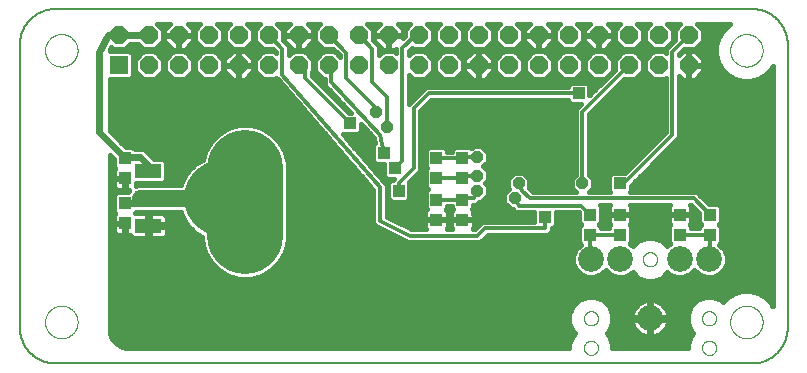
<source format=gbl>
G75*
%MOIN*%
%OFA0B0*%
%FSLAX25Y25*%
%IPPOS*%
%LPD*%
%AMOC8*
5,1,8,0,0,1.08239X$1,22.5*
%
%ADD10C,0.00500*%
%ADD11C,0.00000*%
%ADD12R,0.06000X0.06000*%
%ADD13OC8,0.06000*%
%ADD14R,0.08800X0.04800*%
%ADD15R,0.08661X0.14173*%
%ADD16C,0.08600*%
%ADD17R,0.03937X0.04331*%
%ADD18R,0.04331X0.03937*%
%ADD19OC8,0.03962*%
%ADD20C,0.01200*%
%ADD21R,0.03962X0.03962*%
%ADD22C,0.01600*%
%ADD23C,0.02400*%
%ADD24C,0.25400*%
%ADD25C,0.05600*%
D10*
X0016811Y0011991D02*
X0249094Y0011991D01*
X0249379Y0011994D01*
X0249665Y0012005D01*
X0249950Y0012022D01*
X0250234Y0012046D01*
X0250518Y0012077D01*
X0250801Y0012115D01*
X0251082Y0012160D01*
X0251363Y0012211D01*
X0251643Y0012269D01*
X0251921Y0012334D01*
X0252197Y0012406D01*
X0252471Y0012484D01*
X0252744Y0012569D01*
X0253014Y0012661D01*
X0253282Y0012759D01*
X0253548Y0012863D01*
X0253811Y0012974D01*
X0254071Y0013091D01*
X0254329Y0013214D01*
X0254583Y0013344D01*
X0254834Y0013480D01*
X0255082Y0013621D01*
X0255326Y0013769D01*
X0255567Y0013922D01*
X0255803Y0014082D01*
X0256036Y0014247D01*
X0256265Y0014417D01*
X0256490Y0014593D01*
X0256710Y0014775D01*
X0256926Y0014961D01*
X0257137Y0015153D01*
X0257344Y0015350D01*
X0257546Y0015552D01*
X0257743Y0015759D01*
X0257935Y0015970D01*
X0258121Y0016186D01*
X0258303Y0016406D01*
X0258479Y0016631D01*
X0258649Y0016860D01*
X0258814Y0017093D01*
X0258974Y0017329D01*
X0259127Y0017570D01*
X0259275Y0017814D01*
X0259416Y0018062D01*
X0259552Y0018313D01*
X0259682Y0018567D01*
X0259805Y0018825D01*
X0259922Y0019085D01*
X0260033Y0019348D01*
X0260137Y0019614D01*
X0260235Y0019882D01*
X0260327Y0020152D01*
X0260412Y0020425D01*
X0260490Y0020699D01*
X0260562Y0020975D01*
X0260627Y0021253D01*
X0260685Y0021533D01*
X0260736Y0021814D01*
X0260781Y0022095D01*
X0260819Y0022378D01*
X0260850Y0022662D01*
X0260874Y0022946D01*
X0260891Y0023231D01*
X0260902Y0023517D01*
X0260905Y0023802D01*
X0260906Y0023802D02*
X0260906Y0118290D01*
X0260905Y0118290D02*
X0260902Y0118575D01*
X0260891Y0118861D01*
X0260874Y0119146D01*
X0260850Y0119430D01*
X0260819Y0119714D01*
X0260781Y0119997D01*
X0260736Y0120278D01*
X0260685Y0120559D01*
X0260627Y0120839D01*
X0260562Y0121117D01*
X0260490Y0121393D01*
X0260412Y0121667D01*
X0260327Y0121940D01*
X0260235Y0122210D01*
X0260137Y0122478D01*
X0260033Y0122744D01*
X0259922Y0123007D01*
X0259805Y0123267D01*
X0259682Y0123525D01*
X0259552Y0123779D01*
X0259416Y0124030D01*
X0259275Y0124278D01*
X0259127Y0124522D01*
X0258974Y0124763D01*
X0258814Y0124999D01*
X0258649Y0125232D01*
X0258479Y0125461D01*
X0258303Y0125686D01*
X0258121Y0125906D01*
X0257935Y0126122D01*
X0257743Y0126333D01*
X0257546Y0126540D01*
X0257344Y0126742D01*
X0257137Y0126939D01*
X0256926Y0127131D01*
X0256710Y0127317D01*
X0256490Y0127499D01*
X0256265Y0127675D01*
X0256036Y0127845D01*
X0255803Y0128010D01*
X0255567Y0128170D01*
X0255326Y0128323D01*
X0255082Y0128471D01*
X0254834Y0128612D01*
X0254583Y0128748D01*
X0254329Y0128878D01*
X0254071Y0129001D01*
X0253811Y0129118D01*
X0253548Y0129229D01*
X0253282Y0129333D01*
X0253014Y0129431D01*
X0252744Y0129523D01*
X0252471Y0129608D01*
X0252197Y0129686D01*
X0251921Y0129758D01*
X0251643Y0129823D01*
X0251363Y0129881D01*
X0251082Y0129932D01*
X0250801Y0129977D01*
X0250518Y0130015D01*
X0250234Y0130046D01*
X0249950Y0130070D01*
X0249665Y0130087D01*
X0249379Y0130098D01*
X0249094Y0130101D01*
X0016811Y0130101D01*
X0016526Y0130098D01*
X0016240Y0130087D01*
X0015955Y0130070D01*
X0015671Y0130046D01*
X0015387Y0130015D01*
X0015104Y0129977D01*
X0014823Y0129932D01*
X0014542Y0129881D01*
X0014262Y0129823D01*
X0013984Y0129758D01*
X0013708Y0129686D01*
X0013434Y0129608D01*
X0013161Y0129523D01*
X0012891Y0129431D01*
X0012623Y0129333D01*
X0012357Y0129229D01*
X0012094Y0129118D01*
X0011834Y0129001D01*
X0011576Y0128878D01*
X0011322Y0128748D01*
X0011071Y0128612D01*
X0010823Y0128471D01*
X0010579Y0128323D01*
X0010338Y0128170D01*
X0010102Y0128010D01*
X0009869Y0127845D01*
X0009640Y0127675D01*
X0009415Y0127499D01*
X0009195Y0127317D01*
X0008979Y0127131D01*
X0008768Y0126939D01*
X0008561Y0126742D01*
X0008359Y0126540D01*
X0008162Y0126333D01*
X0007970Y0126122D01*
X0007784Y0125906D01*
X0007602Y0125686D01*
X0007426Y0125461D01*
X0007256Y0125232D01*
X0007091Y0124999D01*
X0006931Y0124763D01*
X0006778Y0124522D01*
X0006630Y0124278D01*
X0006489Y0124030D01*
X0006353Y0123779D01*
X0006223Y0123525D01*
X0006100Y0123267D01*
X0005983Y0123007D01*
X0005872Y0122744D01*
X0005768Y0122478D01*
X0005670Y0122210D01*
X0005578Y0121940D01*
X0005493Y0121667D01*
X0005415Y0121393D01*
X0005343Y0121117D01*
X0005278Y0120839D01*
X0005220Y0120559D01*
X0005169Y0120278D01*
X0005124Y0119997D01*
X0005086Y0119714D01*
X0005055Y0119430D01*
X0005031Y0119146D01*
X0005014Y0118861D01*
X0005003Y0118575D01*
X0005000Y0118290D01*
X0005000Y0023802D01*
X0005003Y0023517D01*
X0005014Y0023231D01*
X0005031Y0022946D01*
X0005055Y0022662D01*
X0005086Y0022378D01*
X0005124Y0022095D01*
X0005169Y0021814D01*
X0005220Y0021533D01*
X0005278Y0021253D01*
X0005343Y0020975D01*
X0005415Y0020699D01*
X0005493Y0020425D01*
X0005578Y0020152D01*
X0005670Y0019882D01*
X0005768Y0019614D01*
X0005872Y0019348D01*
X0005983Y0019085D01*
X0006100Y0018825D01*
X0006223Y0018567D01*
X0006353Y0018313D01*
X0006489Y0018062D01*
X0006630Y0017814D01*
X0006778Y0017570D01*
X0006931Y0017329D01*
X0007091Y0017093D01*
X0007256Y0016860D01*
X0007426Y0016631D01*
X0007602Y0016406D01*
X0007784Y0016186D01*
X0007970Y0015970D01*
X0008162Y0015759D01*
X0008359Y0015552D01*
X0008561Y0015350D01*
X0008768Y0015153D01*
X0008979Y0014961D01*
X0009195Y0014775D01*
X0009415Y0014593D01*
X0009640Y0014417D01*
X0009869Y0014247D01*
X0010102Y0014082D01*
X0010338Y0013922D01*
X0010579Y0013769D01*
X0010823Y0013621D01*
X0011071Y0013480D01*
X0011322Y0013344D01*
X0011576Y0013214D01*
X0011834Y0013091D01*
X0012094Y0012974D01*
X0012357Y0012863D01*
X0012623Y0012759D01*
X0012891Y0012661D01*
X0013161Y0012569D01*
X0013434Y0012484D01*
X0013708Y0012406D01*
X0013984Y0012334D01*
X0014262Y0012269D01*
X0014542Y0012211D01*
X0014823Y0012160D01*
X0015104Y0012115D01*
X0015387Y0012077D01*
X0015671Y0012046D01*
X0015955Y0012022D01*
X0016240Y0012005D01*
X0016526Y0011994D01*
X0016811Y0011991D01*
D11*
X0013367Y0025770D02*
X0013369Y0025917D01*
X0013375Y0026063D01*
X0013385Y0026209D01*
X0013399Y0026355D01*
X0013417Y0026501D01*
X0013438Y0026646D01*
X0013464Y0026790D01*
X0013494Y0026934D01*
X0013527Y0027076D01*
X0013564Y0027218D01*
X0013605Y0027359D01*
X0013650Y0027498D01*
X0013699Y0027637D01*
X0013751Y0027774D01*
X0013808Y0027909D01*
X0013867Y0028043D01*
X0013931Y0028175D01*
X0013998Y0028305D01*
X0014068Y0028434D01*
X0014142Y0028561D01*
X0014219Y0028685D01*
X0014300Y0028808D01*
X0014384Y0028928D01*
X0014471Y0029046D01*
X0014561Y0029161D01*
X0014654Y0029274D01*
X0014751Y0029385D01*
X0014850Y0029493D01*
X0014952Y0029598D01*
X0015057Y0029700D01*
X0015165Y0029799D01*
X0015276Y0029896D01*
X0015389Y0029989D01*
X0015504Y0030079D01*
X0015622Y0030166D01*
X0015742Y0030250D01*
X0015865Y0030331D01*
X0015989Y0030408D01*
X0016116Y0030482D01*
X0016245Y0030552D01*
X0016375Y0030619D01*
X0016507Y0030683D01*
X0016641Y0030742D01*
X0016776Y0030799D01*
X0016913Y0030851D01*
X0017052Y0030900D01*
X0017191Y0030945D01*
X0017332Y0030986D01*
X0017474Y0031023D01*
X0017616Y0031056D01*
X0017760Y0031086D01*
X0017904Y0031112D01*
X0018049Y0031133D01*
X0018195Y0031151D01*
X0018341Y0031165D01*
X0018487Y0031175D01*
X0018633Y0031181D01*
X0018780Y0031183D01*
X0018927Y0031181D01*
X0019073Y0031175D01*
X0019219Y0031165D01*
X0019365Y0031151D01*
X0019511Y0031133D01*
X0019656Y0031112D01*
X0019800Y0031086D01*
X0019944Y0031056D01*
X0020086Y0031023D01*
X0020228Y0030986D01*
X0020369Y0030945D01*
X0020508Y0030900D01*
X0020647Y0030851D01*
X0020784Y0030799D01*
X0020919Y0030742D01*
X0021053Y0030683D01*
X0021185Y0030619D01*
X0021315Y0030552D01*
X0021444Y0030482D01*
X0021571Y0030408D01*
X0021695Y0030331D01*
X0021818Y0030250D01*
X0021938Y0030166D01*
X0022056Y0030079D01*
X0022171Y0029989D01*
X0022284Y0029896D01*
X0022395Y0029799D01*
X0022503Y0029700D01*
X0022608Y0029598D01*
X0022710Y0029493D01*
X0022809Y0029385D01*
X0022906Y0029274D01*
X0022999Y0029161D01*
X0023089Y0029046D01*
X0023176Y0028928D01*
X0023260Y0028808D01*
X0023341Y0028685D01*
X0023418Y0028561D01*
X0023492Y0028434D01*
X0023562Y0028305D01*
X0023629Y0028175D01*
X0023693Y0028043D01*
X0023752Y0027909D01*
X0023809Y0027774D01*
X0023861Y0027637D01*
X0023910Y0027498D01*
X0023955Y0027359D01*
X0023996Y0027218D01*
X0024033Y0027076D01*
X0024066Y0026934D01*
X0024096Y0026790D01*
X0024122Y0026646D01*
X0024143Y0026501D01*
X0024161Y0026355D01*
X0024175Y0026209D01*
X0024185Y0026063D01*
X0024191Y0025917D01*
X0024193Y0025770D01*
X0024191Y0025623D01*
X0024185Y0025477D01*
X0024175Y0025331D01*
X0024161Y0025185D01*
X0024143Y0025039D01*
X0024122Y0024894D01*
X0024096Y0024750D01*
X0024066Y0024606D01*
X0024033Y0024464D01*
X0023996Y0024322D01*
X0023955Y0024181D01*
X0023910Y0024042D01*
X0023861Y0023903D01*
X0023809Y0023766D01*
X0023752Y0023631D01*
X0023693Y0023497D01*
X0023629Y0023365D01*
X0023562Y0023235D01*
X0023492Y0023106D01*
X0023418Y0022979D01*
X0023341Y0022855D01*
X0023260Y0022732D01*
X0023176Y0022612D01*
X0023089Y0022494D01*
X0022999Y0022379D01*
X0022906Y0022266D01*
X0022809Y0022155D01*
X0022710Y0022047D01*
X0022608Y0021942D01*
X0022503Y0021840D01*
X0022395Y0021741D01*
X0022284Y0021644D01*
X0022171Y0021551D01*
X0022056Y0021461D01*
X0021938Y0021374D01*
X0021818Y0021290D01*
X0021695Y0021209D01*
X0021571Y0021132D01*
X0021444Y0021058D01*
X0021315Y0020988D01*
X0021185Y0020921D01*
X0021053Y0020857D01*
X0020919Y0020798D01*
X0020784Y0020741D01*
X0020647Y0020689D01*
X0020508Y0020640D01*
X0020369Y0020595D01*
X0020228Y0020554D01*
X0020086Y0020517D01*
X0019944Y0020484D01*
X0019800Y0020454D01*
X0019656Y0020428D01*
X0019511Y0020407D01*
X0019365Y0020389D01*
X0019219Y0020375D01*
X0019073Y0020365D01*
X0018927Y0020359D01*
X0018780Y0020357D01*
X0018633Y0020359D01*
X0018487Y0020365D01*
X0018341Y0020375D01*
X0018195Y0020389D01*
X0018049Y0020407D01*
X0017904Y0020428D01*
X0017760Y0020454D01*
X0017616Y0020484D01*
X0017474Y0020517D01*
X0017332Y0020554D01*
X0017191Y0020595D01*
X0017052Y0020640D01*
X0016913Y0020689D01*
X0016776Y0020741D01*
X0016641Y0020798D01*
X0016507Y0020857D01*
X0016375Y0020921D01*
X0016245Y0020988D01*
X0016116Y0021058D01*
X0015989Y0021132D01*
X0015865Y0021209D01*
X0015742Y0021290D01*
X0015622Y0021374D01*
X0015504Y0021461D01*
X0015389Y0021551D01*
X0015276Y0021644D01*
X0015165Y0021741D01*
X0015057Y0021840D01*
X0014952Y0021942D01*
X0014850Y0022047D01*
X0014751Y0022155D01*
X0014654Y0022266D01*
X0014561Y0022379D01*
X0014471Y0022494D01*
X0014384Y0022612D01*
X0014300Y0022732D01*
X0014219Y0022855D01*
X0014142Y0022979D01*
X0014068Y0023106D01*
X0013998Y0023235D01*
X0013931Y0023365D01*
X0013867Y0023497D01*
X0013808Y0023631D01*
X0013751Y0023766D01*
X0013699Y0023903D01*
X0013650Y0024042D01*
X0013605Y0024181D01*
X0013564Y0024322D01*
X0013527Y0024464D01*
X0013494Y0024606D01*
X0013464Y0024750D01*
X0013438Y0024894D01*
X0013417Y0025039D01*
X0013399Y0025185D01*
X0013385Y0025331D01*
X0013375Y0025477D01*
X0013369Y0025623D01*
X0013367Y0025770D01*
X0013367Y0116321D02*
X0013369Y0116468D01*
X0013375Y0116614D01*
X0013385Y0116760D01*
X0013399Y0116906D01*
X0013417Y0117052D01*
X0013438Y0117197D01*
X0013464Y0117341D01*
X0013494Y0117485D01*
X0013527Y0117627D01*
X0013564Y0117769D01*
X0013605Y0117910D01*
X0013650Y0118049D01*
X0013699Y0118188D01*
X0013751Y0118325D01*
X0013808Y0118460D01*
X0013867Y0118594D01*
X0013931Y0118726D01*
X0013998Y0118856D01*
X0014068Y0118985D01*
X0014142Y0119112D01*
X0014219Y0119236D01*
X0014300Y0119359D01*
X0014384Y0119479D01*
X0014471Y0119597D01*
X0014561Y0119712D01*
X0014654Y0119825D01*
X0014751Y0119936D01*
X0014850Y0120044D01*
X0014952Y0120149D01*
X0015057Y0120251D01*
X0015165Y0120350D01*
X0015276Y0120447D01*
X0015389Y0120540D01*
X0015504Y0120630D01*
X0015622Y0120717D01*
X0015742Y0120801D01*
X0015865Y0120882D01*
X0015989Y0120959D01*
X0016116Y0121033D01*
X0016245Y0121103D01*
X0016375Y0121170D01*
X0016507Y0121234D01*
X0016641Y0121293D01*
X0016776Y0121350D01*
X0016913Y0121402D01*
X0017052Y0121451D01*
X0017191Y0121496D01*
X0017332Y0121537D01*
X0017474Y0121574D01*
X0017616Y0121607D01*
X0017760Y0121637D01*
X0017904Y0121663D01*
X0018049Y0121684D01*
X0018195Y0121702D01*
X0018341Y0121716D01*
X0018487Y0121726D01*
X0018633Y0121732D01*
X0018780Y0121734D01*
X0018927Y0121732D01*
X0019073Y0121726D01*
X0019219Y0121716D01*
X0019365Y0121702D01*
X0019511Y0121684D01*
X0019656Y0121663D01*
X0019800Y0121637D01*
X0019944Y0121607D01*
X0020086Y0121574D01*
X0020228Y0121537D01*
X0020369Y0121496D01*
X0020508Y0121451D01*
X0020647Y0121402D01*
X0020784Y0121350D01*
X0020919Y0121293D01*
X0021053Y0121234D01*
X0021185Y0121170D01*
X0021315Y0121103D01*
X0021444Y0121033D01*
X0021571Y0120959D01*
X0021695Y0120882D01*
X0021818Y0120801D01*
X0021938Y0120717D01*
X0022056Y0120630D01*
X0022171Y0120540D01*
X0022284Y0120447D01*
X0022395Y0120350D01*
X0022503Y0120251D01*
X0022608Y0120149D01*
X0022710Y0120044D01*
X0022809Y0119936D01*
X0022906Y0119825D01*
X0022999Y0119712D01*
X0023089Y0119597D01*
X0023176Y0119479D01*
X0023260Y0119359D01*
X0023341Y0119236D01*
X0023418Y0119112D01*
X0023492Y0118985D01*
X0023562Y0118856D01*
X0023629Y0118726D01*
X0023693Y0118594D01*
X0023752Y0118460D01*
X0023809Y0118325D01*
X0023861Y0118188D01*
X0023910Y0118049D01*
X0023955Y0117910D01*
X0023996Y0117769D01*
X0024033Y0117627D01*
X0024066Y0117485D01*
X0024096Y0117341D01*
X0024122Y0117197D01*
X0024143Y0117052D01*
X0024161Y0116906D01*
X0024175Y0116760D01*
X0024185Y0116614D01*
X0024191Y0116468D01*
X0024193Y0116321D01*
X0024191Y0116174D01*
X0024185Y0116028D01*
X0024175Y0115882D01*
X0024161Y0115736D01*
X0024143Y0115590D01*
X0024122Y0115445D01*
X0024096Y0115301D01*
X0024066Y0115157D01*
X0024033Y0115015D01*
X0023996Y0114873D01*
X0023955Y0114732D01*
X0023910Y0114593D01*
X0023861Y0114454D01*
X0023809Y0114317D01*
X0023752Y0114182D01*
X0023693Y0114048D01*
X0023629Y0113916D01*
X0023562Y0113786D01*
X0023492Y0113657D01*
X0023418Y0113530D01*
X0023341Y0113406D01*
X0023260Y0113283D01*
X0023176Y0113163D01*
X0023089Y0113045D01*
X0022999Y0112930D01*
X0022906Y0112817D01*
X0022809Y0112706D01*
X0022710Y0112598D01*
X0022608Y0112493D01*
X0022503Y0112391D01*
X0022395Y0112292D01*
X0022284Y0112195D01*
X0022171Y0112102D01*
X0022056Y0112012D01*
X0021938Y0111925D01*
X0021818Y0111841D01*
X0021695Y0111760D01*
X0021571Y0111683D01*
X0021444Y0111609D01*
X0021315Y0111539D01*
X0021185Y0111472D01*
X0021053Y0111408D01*
X0020919Y0111349D01*
X0020784Y0111292D01*
X0020647Y0111240D01*
X0020508Y0111191D01*
X0020369Y0111146D01*
X0020228Y0111105D01*
X0020086Y0111068D01*
X0019944Y0111035D01*
X0019800Y0111005D01*
X0019656Y0110979D01*
X0019511Y0110958D01*
X0019365Y0110940D01*
X0019219Y0110926D01*
X0019073Y0110916D01*
X0018927Y0110910D01*
X0018780Y0110908D01*
X0018633Y0110910D01*
X0018487Y0110916D01*
X0018341Y0110926D01*
X0018195Y0110940D01*
X0018049Y0110958D01*
X0017904Y0110979D01*
X0017760Y0111005D01*
X0017616Y0111035D01*
X0017474Y0111068D01*
X0017332Y0111105D01*
X0017191Y0111146D01*
X0017052Y0111191D01*
X0016913Y0111240D01*
X0016776Y0111292D01*
X0016641Y0111349D01*
X0016507Y0111408D01*
X0016375Y0111472D01*
X0016245Y0111539D01*
X0016116Y0111609D01*
X0015989Y0111683D01*
X0015865Y0111760D01*
X0015742Y0111841D01*
X0015622Y0111925D01*
X0015504Y0112012D01*
X0015389Y0112102D01*
X0015276Y0112195D01*
X0015165Y0112292D01*
X0015057Y0112391D01*
X0014952Y0112493D01*
X0014850Y0112598D01*
X0014751Y0112706D01*
X0014654Y0112817D01*
X0014561Y0112930D01*
X0014471Y0113045D01*
X0014384Y0113163D01*
X0014300Y0113283D01*
X0014219Y0113406D01*
X0014142Y0113530D01*
X0014068Y0113657D01*
X0013998Y0113786D01*
X0013931Y0113916D01*
X0013867Y0114048D01*
X0013808Y0114182D01*
X0013751Y0114317D01*
X0013699Y0114454D01*
X0013650Y0114593D01*
X0013605Y0114732D01*
X0013564Y0114873D01*
X0013527Y0115015D01*
X0013494Y0115157D01*
X0013464Y0115301D01*
X0013438Y0115445D01*
X0013417Y0115590D01*
X0013399Y0115736D01*
X0013385Y0115882D01*
X0013375Y0116028D01*
X0013369Y0116174D01*
X0013367Y0116321D01*
X0192953Y0026991D02*
X0192955Y0027088D01*
X0192961Y0027185D01*
X0192971Y0027281D01*
X0192985Y0027377D01*
X0193003Y0027473D01*
X0193024Y0027567D01*
X0193050Y0027661D01*
X0193079Y0027753D01*
X0193113Y0027844D01*
X0193149Y0027934D01*
X0193190Y0028022D01*
X0193234Y0028108D01*
X0193282Y0028193D01*
X0193333Y0028275D01*
X0193387Y0028356D01*
X0193445Y0028434D01*
X0193506Y0028509D01*
X0193569Y0028582D01*
X0193636Y0028653D01*
X0193706Y0028720D01*
X0193778Y0028785D01*
X0193853Y0028846D01*
X0193931Y0028905D01*
X0194010Y0028960D01*
X0194092Y0029012D01*
X0194176Y0029060D01*
X0194262Y0029105D01*
X0194350Y0029147D01*
X0194439Y0029185D01*
X0194530Y0029219D01*
X0194622Y0029249D01*
X0194715Y0029276D01*
X0194810Y0029298D01*
X0194905Y0029317D01*
X0195001Y0029332D01*
X0195097Y0029343D01*
X0195194Y0029350D01*
X0195291Y0029353D01*
X0195388Y0029352D01*
X0195485Y0029347D01*
X0195581Y0029338D01*
X0195677Y0029325D01*
X0195773Y0029308D01*
X0195868Y0029287D01*
X0195961Y0029263D01*
X0196054Y0029234D01*
X0196146Y0029202D01*
X0196236Y0029166D01*
X0196324Y0029127D01*
X0196411Y0029083D01*
X0196496Y0029037D01*
X0196579Y0028986D01*
X0196660Y0028933D01*
X0196738Y0028876D01*
X0196815Y0028816D01*
X0196888Y0028753D01*
X0196959Y0028687D01*
X0197027Y0028618D01*
X0197093Y0028546D01*
X0197155Y0028472D01*
X0197214Y0028395D01*
X0197270Y0028316D01*
X0197323Y0028234D01*
X0197373Y0028151D01*
X0197418Y0028065D01*
X0197461Y0027978D01*
X0197500Y0027889D01*
X0197535Y0027799D01*
X0197566Y0027707D01*
X0197593Y0027614D01*
X0197617Y0027520D01*
X0197637Y0027425D01*
X0197653Y0027329D01*
X0197665Y0027233D01*
X0197673Y0027136D01*
X0197677Y0027039D01*
X0197677Y0026943D01*
X0197673Y0026846D01*
X0197665Y0026749D01*
X0197653Y0026653D01*
X0197637Y0026557D01*
X0197617Y0026462D01*
X0197593Y0026368D01*
X0197566Y0026275D01*
X0197535Y0026183D01*
X0197500Y0026093D01*
X0197461Y0026004D01*
X0197418Y0025917D01*
X0197373Y0025831D01*
X0197323Y0025748D01*
X0197270Y0025666D01*
X0197214Y0025587D01*
X0197155Y0025510D01*
X0197093Y0025436D01*
X0197027Y0025364D01*
X0196959Y0025295D01*
X0196888Y0025229D01*
X0196815Y0025166D01*
X0196738Y0025106D01*
X0196660Y0025049D01*
X0196579Y0024996D01*
X0196496Y0024945D01*
X0196411Y0024899D01*
X0196324Y0024855D01*
X0196236Y0024816D01*
X0196146Y0024780D01*
X0196054Y0024748D01*
X0195961Y0024719D01*
X0195868Y0024695D01*
X0195773Y0024674D01*
X0195677Y0024657D01*
X0195581Y0024644D01*
X0195485Y0024635D01*
X0195388Y0024630D01*
X0195291Y0024629D01*
X0195194Y0024632D01*
X0195097Y0024639D01*
X0195001Y0024650D01*
X0194905Y0024665D01*
X0194810Y0024684D01*
X0194715Y0024706D01*
X0194622Y0024733D01*
X0194530Y0024763D01*
X0194439Y0024797D01*
X0194350Y0024835D01*
X0194262Y0024877D01*
X0194176Y0024922D01*
X0194092Y0024970D01*
X0194010Y0025022D01*
X0193931Y0025077D01*
X0193853Y0025136D01*
X0193778Y0025197D01*
X0193706Y0025262D01*
X0193636Y0025329D01*
X0193569Y0025400D01*
X0193506Y0025473D01*
X0193445Y0025548D01*
X0193387Y0025626D01*
X0193333Y0025707D01*
X0193282Y0025789D01*
X0193234Y0025874D01*
X0193190Y0025960D01*
X0193149Y0026048D01*
X0193113Y0026138D01*
X0193079Y0026229D01*
X0193050Y0026321D01*
X0193024Y0026415D01*
X0193003Y0026509D01*
X0192985Y0026605D01*
X0192971Y0026701D01*
X0192961Y0026797D01*
X0192955Y0026894D01*
X0192953Y0026991D01*
X0192953Y0017148D02*
X0192955Y0017245D01*
X0192961Y0017342D01*
X0192971Y0017438D01*
X0192985Y0017534D01*
X0193003Y0017630D01*
X0193024Y0017724D01*
X0193050Y0017818D01*
X0193079Y0017910D01*
X0193113Y0018001D01*
X0193149Y0018091D01*
X0193190Y0018179D01*
X0193234Y0018265D01*
X0193282Y0018350D01*
X0193333Y0018432D01*
X0193387Y0018513D01*
X0193445Y0018591D01*
X0193506Y0018666D01*
X0193569Y0018739D01*
X0193636Y0018810D01*
X0193706Y0018877D01*
X0193778Y0018942D01*
X0193853Y0019003D01*
X0193931Y0019062D01*
X0194010Y0019117D01*
X0194092Y0019169D01*
X0194176Y0019217D01*
X0194262Y0019262D01*
X0194350Y0019304D01*
X0194439Y0019342D01*
X0194530Y0019376D01*
X0194622Y0019406D01*
X0194715Y0019433D01*
X0194810Y0019455D01*
X0194905Y0019474D01*
X0195001Y0019489D01*
X0195097Y0019500D01*
X0195194Y0019507D01*
X0195291Y0019510D01*
X0195388Y0019509D01*
X0195485Y0019504D01*
X0195581Y0019495D01*
X0195677Y0019482D01*
X0195773Y0019465D01*
X0195868Y0019444D01*
X0195961Y0019420D01*
X0196054Y0019391D01*
X0196146Y0019359D01*
X0196236Y0019323D01*
X0196324Y0019284D01*
X0196411Y0019240D01*
X0196496Y0019194D01*
X0196579Y0019143D01*
X0196660Y0019090D01*
X0196738Y0019033D01*
X0196815Y0018973D01*
X0196888Y0018910D01*
X0196959Y0018844D01*
X0197027Y0018775D01*
X0197093Y0018703D01*
X0197155Y0018629D01*
X0197214Y0018552D01*
X0197270Y0018473D01*
X0197323Y0018391D01*
X0197373Y0018308D01*
X0197418Y0018222D01*
X0197461Y0018135D01*
X0197500Y0018046D01*
X0197535Y0017956D01*
X0197566Y0017864D01*
X0197593Y0017771D01*
X0197617Y0017677D01*
X0197637Y0017582D01*
X0197653Y0017486D01*
X0197665Y0017390D01*
X0197673Y0017293D01*
X0197677Y0017196D01*
X0197677Y0017100D01*
X0197673Y0017003D01*
X0197665Y0016906D01*
X0197653Y0016810D01*
X0197637Y0016714D01*
X0197617Y0016619D01*
X0197593Y0016525D01*
X0197566Y0016432D01*
X0197535Y0016340D01*
X0197500Y0016250D01*
X0197461Y0016161D01*
X0197418Y0016074D01*
X0197373Y0015988D01*
X0197323Y0015905D01*
X0197270Y0015823D01*
X0197214Y0015744D01*
X0197155Y0015667D01*
X0197093Y0015593D01*
X0197027Y0015521D01*
X0196959Y0015452D01*
X0196888Y0015386D01*
X0196815Y0015323D01*
X0196738Y0015263D01*
X0196660Y0015206D01*
X0196579Y0015153D01*
X0196496Y0015102D01*
X0196411Y0015056D01*
X0196324Y0015012D01*
X0196236Y0014973D01*
X0196146Y0014937D01*
X0196054Y0014905D01*
X0195961Y0014876D01*
X0195868Y0014852D01*
X0195773Y0014831D01*
X0195677Y0014814D01*
X0195581Y0014801D01*
X0195485Y0014792D01*
X0195388Y0014787D01*
X0195291Y0014786D01*
X0195194Y0014789D01*
X0195097Y0014796D01*
X0195001Y0014807D01*
X0194905Y0014822D01*
X0194810Y0014841D01*
X0194715Y0014863D01*
X0194622Y0014890D01*
X0194530Y0014920D01*
X0194439Y0014954D01*
X0194350Y0014992D01*
X0194262Y0015034D01*
X0194176Y0015079D01*
X0194092Y0015127D01*
X0194010Y0015179D01*
X0193931Y0015234D01*
X0193853Y0015293D01*
X0193778Y0015354D01*
X0193706Y0015419D01*
X0193636Y0015486D01*
X0193569Y0015557D01*
X0193506Y0015630D01*
X0193445Y0015705D01*
X0193387Y0015783D01*
X0193333Y0015864D01*
X0193282Y0015946D01*
X0193234Y0016031D01*
X0193190Y0016117D01*
X0193149Y0016205D01*
X0193113Y0016295D01*
X0193079Y0016386D01*
X0193050Y0016478D01*
X0193024Y0016572D01*
X0193003Y0016666D01*
X0192985Y0016762D01*
X0192971Y0016858D01*
X0192961Y0016954D01*
X0192955Y0017051D01*
X0192953Y0017148D01*
X0232323Y0017148D02*
X0232325Y0017245D01*
X0232331Y0017342D01*
X0232341Y0017438D01*
X0232355Y0017534D01*
X0232373Y0017630D01*
X0232394Y0017724D01*
X0232420Y0017818D01*
X0232449Y0017910D01*
X0232483Y0018001D01*
X0232519Y0018091D01*
X0232560Y0018179D01*
X0232604Y0018265D01*
X0232652Y0018350D01*
X0232703Y0018432D01*
X0232757Y0018513D01*
X0232815Y0018591D01*
X0232876Y0018666D01*
X0232939Y0018739D01*
X0233006Y0018810D01*
X0233076Y0018877D01*
X0233148Y0018942D01*
X0233223Y0019003D01*
X0233301Y0019062D01*
X0233380Y0019117D01*
X0233462Y0019169D01*
X0233546Y0019217D01*
X0233632Y0019262D01*
X0233720Y0019304D01*
X0233809Y0019342D01*
X0233900Y0019376D01*
X0233992Y0019406D01*
X0234085Y0019433D01*
X0234180Y0019455D01*
X0234275Y0019474D01*
X0234371Y0019489D01*
X0234467Y0019500D01*
X0234564Y0019507D01*
X0234661Y0019510D01*
X0234758Y0019509D01*
X0234855Y0019504D01*
X0234951Y0019495D01*
X0235047Y0019482D01*
X0235143Y0019465D01*
X0235238Y0019444D01*
X0235331Y0019420D01*
X0235424Y0019391D01*
X0235516Y0019359D01*
X0235606Y0019323D01*
X0235694Y0019284D01*
X0235781Y0019240D01*
X0235866Y0019194D01*
X0235949Y0019143D01*
X0236030Y0019090D01*
X0236108Y0019033D01*
X0236185Y0018973D01*
X0236258Y0018910D01*
X0236329Y0018844D01*
X0236397Y0018775D01*
X0236463Y0018703D01*
X0236525Y0018629D01*
X0236584Y0018552D01*
X0236640Y0018473D01*
X0236693Y0018391D01*
X0236743Y0018308D01*
X0236788Y0018222D01*
X0236831Y0018135D01*
X0236870Y0018046D01*
X0236905Y0017956D01*
X0236936Y0017864D01*
X0236963Y0017771D01*
X0236987Y0017677D01*
X0237007Y0017582D01*
X0237023Y0017486D01*
X0237035Y0017390D01*
X0237043Y0017293D01*
X0237047Y0017196D01*
X0237047Y0017100D01*
X0237043Y0017003D01*
X0237035Y0016906D01*
X0237023Y0016810D01*
X0237007Y0016714D01*
X0236987Y0016619D01*
X0236963Y0016525D01*
X0236936Y0016432D01*
X0236905Y0016340D01*
X0236870Y0016250D01*
X0236831Y0016161D01*
X0236788Y0016074D01*
X0236743Y0015988D01*
X0236693Y0015905D01*
X0236640Y0015823D01*
X0236584Y0015744D01*
X0236525Y0015667D01*
X0236463Y0015593D01*
X0236397Y0015521D01*
X0236329Y0015452D01*
X0236258Y0015386D01*
X0236185Y0015323D01*
X0236108Y0015263D01*
X0236030Y0015206D01*
X0235949Y0015153D01*
X0235866Y0015102D01*
X0235781Y0015056D01*
X0235694Y0015012D01*
X0235606Y0014973D01*
X0235516Y0014937D01*
X0235424Y0014905D01*
X0235331Y0014876D01*
X0235238Y0014852D01*
X0235143Y0014831D01*
X0235047Y0014814D01*
X0234951Y0014801D01*
X0234855Y0014792D01*
X0234758Y0014787D01*
X0234661Y0014786D01*
X0234564Y0014789D01*
X0234467Y0014796D01*
X0234371Y0014807D01*
X0234275Y0014822D01*
X0234180Y0014841D01*
X0234085Y0014863D01*
X0233992Y0014890D01*
X0233900Y0014920D01*
X0233809Y0014954D01*
X0233720Y0014992D01*
X0233632Y0015034D01*
X0233546Y0015079D01*
X0233462Y0015127D01*
X0233380Y0015179D01*
X0233301Y0015234D01*
X0233223Y0015293D01*
X0233148Y0015354D01*
X0233076Y0015419D01*
X0233006Y0015486D01*
X0232939Y0015557D01*
X0232876Y0015630D01*
X0232815Y0015705D01*
X0232757Y0015783D01*
X0232703Y0015864D01*
X0232652Y0015946D01*
X0232604Y0016031D01*
X0232560Y0016117D01*
X0232519Y0016205D01*
X0232483Y0016295D01*
X0232449Y0016386D01*
X0232420Y0016478D01*
X0232394Y0016572D01*
X0232373Y0016666D01*
X0232355Y0016762D01*
X0232341Y0016858D01*
X0232331Y0016954D01*
X0232325Y0017051D01*
X0232323Y0017148D01*
X0241713Y0025770D02*
X0241715Y0025917D01*
X0241721Y0026063D01*
X0241731Y0026209D01*
X0241745Y0026355D01*
X0241763Y0026501D01*
X0241784Y0026646D01*
X0241810Y0026790D01*
X0241840Y0026934D01*
X0241873Y0027076D01*
X0241910Y0027218D01*
X0241951Y0027359D01*
X0241996Y0027498D01*
X0242045Y0027637D01*
X0242097Y0027774D01*
X0242154Y0027909D01*
X0242213Y0028043D01*
X0242277Y0028175D01*
X0242344Y0028305D01*
X0242414Y0028434D01*
X0242488Y0028561D01*
X0242565Y0028685D01*
X0242646Y0028808D01*
X0242730Y0028928D01*
X0242817Y0029046D01*
X0242907Y0029161D01*
X0243000Y0029274D01*
X0243097Y0029385D01*
X0243196Y0029493D01*
X0243298Y0029598D01*
X0243403Y0029700D01*
X0243511Y0029799D01*
X0243622Y0029896D01*
X0243735Y0029989D01*
X0243850Y0030079D01*
X0243968Y0030166D01*
X0244088Y0030250D01*
X0244211Y0030331D01*
X0244335Y0030408D01*
X0244462Y0030482D01*
X0244591Y0030552D01*
X0244721Y0030619D01*
X0244853Y0030683D01*
X0244987Y0030742D01*
X0245122Y0030799D01*
X0245259Y0030851D01*
X0245398Y0030900D01*
X0245537Y0030945D01*
X0245678Y0030986D01*
X0245820Y0031023D01*
X0245962Y0031056D01*
X0246106Y0031086D01*
X0246250Y0031112D01*
X0246395Y0031133D01*
X0246541Y0031151D01*
X0246687Y0031165D01*
X0246833Y0031175D01*
X0246979Y0031181D01*
X0247126Y0031183D01*
X0247273Y0031181D01*
X0247419Y0031175D01*
X0247565Y0031165D01*
X0247711Y0031151D01*
X0247857Y0031133D01*
X0248002Y0031112D01*
X0248146Y0031086D01*
X0248290Y0031056D01*
X0248432Y0031023D01*
X0248574Y0030986D01*
X0248715Y0030945D01*
X0248854Y0030900D01*
X0248993Y0030851D01*
X0249130Y0030799D01*
X0249265Y0030742D01*
X0249399Y0030683D01*
X0249531Y0030619D01*
X0249661Y0030552D01*
X0249790Y0030482D01*
X0249917Y0030408D01*
X0250041Y0030331D01*
X0250164Y0030250D01*
X0250284Y0030166D01*
X0250402Y0030079D01*
X0250517Y0029989D01*
X0250630Y0029896D01*
X0250741Y0029799D01*
X0250849Y0029700D01*
X0250954Y0029598D01*
X0251056Y0029493D01*
X0251155Y0029385D01*
X0251252Y0029274D01*
X0251345Y0029161D01*
X0251435Y0029046D01*
X0251522Y0028928D01*
X0251606Y0028808D01*
X0251687Y0028685D01*
X0251764Y0028561D01*
X0251838Y0028434D01*
X0251908Y0028305D01*
X0251975Y0028175D01*
X0252039Y0028043D01*
X0252098Y0027909D01*
X0252155Y0027774D01*
X0252207Y0027637D01*
X0252256Y0027498D01*
X0252301Y0027359D01*
X0252342Y0027218D01*
X0252379Y0027076D01*
X0252412Y0026934D01*
X0252442Y0026790D01*
X0252468Y0026646D01*
X0252489Y0026501D01*
X0252507Y0026355D01*
X0252521Y0026209D01*
X0252531Y0026063D01*
X0252537Y0025917D01*
X0252539Y0025770D01*
X0252537Y0025623D01*
X0252531Y0025477D01*
X0252521Y0025331D01*
X0252507Y0025185D01*
X0252489Y0025039D01*
X0252468Y0024894D01*
X0252442Y0024750D01*
X0252412Y0024606D01*
X0252379Y0024464D01*
X0252342Y0024322D01*
X0252301Y0024181D01*
X0252256Y0024042D01*
X0252207Y0023903D01*
X0252155Y0023766D01*
X0252098Y0023631D01*
X0252039Y0023497D01*
X0251975Y0023365D01*
X0251908Y0023235D01*
X0251838Y0023106D01*
X0251764Y0022979D01*
X0251687Y0022855D01*
X0251606Y0022732D01*
X0251522Y0022612D01*
X0251435Y0022494D01*
X0251345Y0022379D01*
X0251252Y0022266D01*
X0251155Y0022155D01*
X0251056Y0022047D01*
X0250954Y0021942D01*
X0250849Y0021840D01*
X0250741Y0021741D01*
X0250630Y0021644D01*
X0250517Y0021551D01*
X0250402Y0021461D01*
X0250284Y0021374D01*
X0250164Y0021290D01*
X0250041Y0021209D01*
X0249917Y0021132D01*
X0249790Y0021058D01*
X0249661Y0020988D01*
X0249531Y0020921D01*
X0249399Y0020857D01*
X0249265Y0020798D01*
X0249130Y0020741D01*
X0248993Y0020689D01*
X0248854Y0020640D01*
X0248715Y0020595D01*
X0248574Y0020554D01*
X0248432Y0020517D01*
X0248290Y0020484D01*
X0248146Y0020454D01*
X0248002Y0020428D01*
X0247857Y0020407D01*
X0247711Y0020389D01*
X0247565Y0020375D01*
X0247419Y0020365D01*
X0247273Y0020359D01*
X0247126Y0020357D01*
X0246979Y0020359D01*
X0246833Y0020365D01*
X0246687Y0020375D01*
X0246541Y0020389D01*
X0246395Y0020407D01*
X0246250Y0020428D01*
X0246106Y0020454D01*
X0245962Y0020484D01*
X0245820Y0020517D01*
X0245678Y0020554D01*
X0245537Y0020595D01*
X0245398Y0020640D01*
X0245259Y0020689D01*
X0245122Y0020741D01*
X0244987Y0020798D01*
X0244853Y0020857D01*
X0244721Y0020921D01*
X0244591Y0020988D01*
X0244462Y0021058D01*
X0244335Y0021132D01*
X0244211Y0021209D01*
X0244088Y0021290D01*
X0243968Y0021374D01*
X0243850Y0021461D01*
X0243735Y0021551D01*
X0243622Y0021644D01*
X0243511Y0021741D01*
X0243403Y0021840D01*
X0243298Y0021942D01*
X0243196Y0022047D01*
X0243097Y0022155D01*
X0243000Y0022266D01*
X0242907Y0022379D01*
X0242817Y0022494D01*
X0242730Y0022612D01*
X0242646Y0022732D01*
X0242565Y0022855D01*
X0242488Y0022979D01*
X0242414Y0023106D01*
X0242344Y0023235D01*
X0242277Y0023365D01*
X0242213Y0023497D01*
X0242154Y0023631D01*
X0242097Y0023766D01*
X0242045Y0023903D01*
X0241996Y0024042D01*
X0241951Y0024181D01*
X0241910Y0024322D01*
X0241873Y0024464D01*
X0241840Y0024606D01*
X0241810Y0024750D01*
X0241784Y0024894D01*
X0241763Y0025039D01*
X0241745Y0025185D01*
X0241731Y0025331D01*
X0241721Y0025477D01*
X0241715Y0025623D01*
X0241713Y0025770D01*
X0232323Y0026991D02*
X0232325Y0027088D01*
X0232331Y0027185D01*
X0232341Y0027281D01*
X0232355Y0027377D01*
X0232373Y0027473D01*
X0232394Y0027567D01*
X0232420Y0027661D01*
X0232449Y0027753D01*
X0232483Y0027844D01*
X0232519Y0027934D01*
X0232560Y0028022D01*
X0232604Y0028108D01*
X0232652Y0028193D01*
X0232703Y0028275D01*
X0232757Y0028356D01*
X0232815Y0028434D01*
X0232876Y0028509D01*
X0232939Y0028582D01*
X0233006Y0028653D01*
X0233076Y0028720D01*
X0233148Y0028785D01*
X0233223Y0028846D01*
X0233301Y0028905D01*
X0233380Y0028960D01*
X0233462Y0029012D01*
X0233546Y0029060D01*
X0233632Y0029105D01*
X0233720Y0029147D01*
X0233809Y0029185D01*
X0233900Y0029219D01*
X0233992Y0029249D01*
X0234085Y0029276D01*
X0234180Y0029298D01*
X0234275Y0029317D01*
X0234371Y0029332D01*
X0234467Y0029343D01*
X0234564Y0029350D01*
X0234661Y0029353D01*
X0234758Y0029352D01*
X0234855Y0029347D01*
X0234951Y0029338D01*
X0235047Y0029325D01*
X0235143Y0029308D01*
X0235238Y0029287D01*
X0235331Y0029263D01*
X0235424Y0029234D01*
X0235516Y0029202D01*
X0235606Y0029166D01*
X0235694Y0029127D01*
X0235781Y0029083D01*
X0235866Y0029037D01*
X0235949Y0028986D01*
X0236030Y0028933D01*
X0236108Y0028876D01*
X0236185Y0028816D01*
X0236258Y0028753D01*
X0236329Y0028687D01*
X0236397Y0028618D01*
X0236463Y0028546D01*
X0236525Y0028472D01*
X0236584Y0028395D01*
X0236640Y0028316D01*
X0236693Y0028234D01*
X0236743Y0028151D01*
X0236788Y0028065D01*
X0236831Y0027978D01*
X0236870Y0027889D01*
X0236905Y0027799D01*
X0236936Y0027707D01*
X0236963Y0027614D01*
X0236987Y0027520D01*
X0237007Y0027425D01*
X0237023Y0027329D01*
X0237035Y0027233D01*
X0237043Y0027136D01*
X0237047Y0027039D01*
X0237047Y0026943D01*
X0237043Y0026846D01*
X0237035Y0026749D01*
X0237023Y0026653D01*
X0237007Y0026557D01*
X0236987Y0026462D01*
X0236963Y0026368D01*
X0236936Y0026275D01*
X0236905Y0026183D01*
X0236870Y0026093D01*
X0236831Y0026004D01*
X0236788Y0025917D01*
X0236743Y0025831D01*
X0236693Y0025748D01*
X0236640Y0025666D01*
X0236584Y0025587D01*
X0236525Y0025510D01*
X0236463Y0025436D01*
X0236397Y0025364D01*
X0236329Y0025295D01*
X0236258Y0025229D01*
X0236185Y0025166D01*
X0236108Y0025106D01*
X0236030Y0025049D01*
X0235949Y0024996D01*
X0235866Y0024945D01*
X0235781Y0024899D01*
X0235694Y0024855D01*
X0235606Y0024816D01*
X0235516Y0024780D01*
X0235424Y0024748D01*
X0235331Y0024719D01*
X0235238Y0024695D01*
X0235143Y0024674D01*
X0235047Y0024657D01*
X0234951Y0024644D01*
X0234855Y0024635D01*
X0234758Y0024630D01*
X0234661Y0024629D01*
X0234564Y0024632D01*
X0234467Y0024639D01*
X0234371Y0024650D01*
X0234275Y0024665D01*
X0234180Y0024684D01*
X0234085Y0024706D01*
X0233992Y0024733D01*
X0233900Y0024763D01*
X0233809Y0024797D01*
X0233720Y0024835D01*
X0233632Y0024877D01*
X0233546Y0024922D01*
X0233462Y0024970D01*
X0233380Y0025022D01*
X0233301Y0025077D01*
X0233223Y0025136D01*
X0233148Y0025197D01*
X0233076Y0025262D01*
X0233006Y0025329D01*
X0232939Y0025400D01*
X0232876Y0025473D01*
X0232815Y0025548D01*
X0232757Y0025626D01*
X0232703Y0025707D01*
X0232652Y0025789D01*
X0232604Y0025874D01*
X0232560Y0025960D01*
X0232519Y0026048D01*
X0232483Y0026138D01*
X0232449Y0026229D01*
X0232420Y0026321D01*
X0232394Y0026415D01*
X0232373Y0026509D01*
X0232355Y0026605D01*
X0232341Y0026701D01*
X0232331Y0026797D01*
X0232325Y0026894D01*
X0232323Y0026991D01*
X0212638Y0046676D02*
X0212640Y0046773D01*
X0212646Y0046870D01*
X0212656Y0046966D01*
X0212670Y0047062D01*
X0212688Y0047158D01*
X0212709Y0047252D01*
X0212735Y0047346D01*
X0212764Y0047438D01*
X0212798Y0047529D01*
X0212834Y0047619D01*
X0212875Y0047707D01*
X0212919Y0047793D01*
X0212967Y0047878D01*
X0213018Y0047960D01*
X0213072Y0048041D01*
X0213130Y0048119D01*
X0213191Y0048194D01*
X0213254Y0048267D01*
X0213321Y0048338D01*
X0213391Y0048405D01*
X0213463Y0048470D01*
X0213538Y0048531D01*
X0213616Y0048590D01*
X0213695Y0048645D01*
X0213777Y0048697D01*
X0213861Y0048745D01*
X0213947Y0048790D01*
X0214035Y0048832D01*
X0214124Y0048870D01*
X0214215Y0048904D01*
X0214307Y0048934D01*
X0214400Y0048961D01*
X0214495Y0048983D01*
X0214590Y0049002D01*
X0214686Y0049017D01*
X0214782Y0049028D01*
X0214879Y0049035D01*
X0214976Y0049038D01*
X0215073Y0049037D01*
X0215170Y0049032D01*
X0215266Y0049023D01*
X0215362Y0049010D01*
X0215458Y0048993D01*
X0215553Y0048972D01*
X0215646Y0048948D01*
X0215739Y0048919D01*
X0215831Y0048887D01*
X0215921Y0048851D01*
X0216009Y0048812D01*
X0216096Y0048768D01*
X0216181Y0048722D01*
X0216264Y0048671D01*
X0216345Y0048618D01*
X0216423Y0048561D01*
X0216500Y0048501D01*
X0216573Y0048438D01*
X0216644Y0048372D01*
X0216712Y0048303D01*
X0216778Y0048231D01*
X0216840Y0048157D01*
X0216899Y0048080D01*
X0216955Y0048001D01*
X0217008Y0047919D01*
X0217058Y0047836D01*
X0217103Y0047750D01*
X0217146Y0047663D01*
X0217185Y0047574D01*
X0217220Y0047484D01*
X0217251Y0047392D01*
X0217278Y0047299D01*
X0217302Y0047205D01*
X0217322Y0047110D01*
X0217338Y0047014D01*
X0217350Y0046918D01*
X0217358Y0046821D01*
X0217362Y0046724D01*
X0217362Y0046628D01*
X0217358Y0046531D01*
X0217350Y0046434D01*
X0217338Y0046338D01*
X0217322Y0046242D01*
X0217302Y0046147D01*
X0217278Y0046053D01*
X0217251Y0045960D01*
X0217220Y0045868D01*
X0217185Y0045778D01*
X0217146Y0045689D01*
X0217103Y0045602D01*
X0217058Y0045516D01*
X0217008Y0045433D01*
X0216955Y0045351D01*
X0216899Y0045272D01*
X0216840Y0045195D01*
X0216778Y0045121D01*
X0216712Y0045049D01*
X0216644Y0044980D01*
X0216573Y0044914D01*
X0216500Y0044851D01*
X0216423Y0044791D01*
X0216345Y0044734D01*
X0216264Y0044681D01*
X0216181Y0044630D01*
X0216096Y0044584D01*
X0216009Y0044540D01*
X0215921Y0044501D01*
X0215831Y0044465D01*
X0215739Y0044433D01*
X0215646Y0044404D01*
X0215553Y0044380D01*
X0215458Y0044359D01*
X0215362Y0044342D01*
X0215266Y0044329D01*
X0215170Y0044320D01*
X0215073Y0044315D01*
X0214976Y0044314D01*
X0214879Y0044317D01*
X0214782Y0044324D01*
X0214686Y0044335D01*
X0214590Y0044350D01*
X0214495Y0044369D01*
X0214400Y0044391D01*
X0214307Y0044418D01*
X0214215Y0044448D01*
X0214124Y0044482D01*
X0214035Y0044520D01*
X0213947Y0044562D01*
X0213861Y0044607D01*
X0213777Y0044655D01*
X0213695Y0044707D01*
X0213616Y0044762D01*
X0213538Y0044821D01*
X0213463Y0044882D01*
X0213391Y0044947D01*
X0213321Y0045014D01*
X0213254Y0045085D01*
X0213191Y0045158D01*
X0213130Y0045233D01*
X0213072Y0045311D01*
X0213018Y0045392D01*
X0212967Y0045474D01*
X0212919Y0045559D01*
X0212875Y0045645D01*
X0212834Y0045733D01*
X0212798Y0045823D01*
X0212764Y0045914D01*
X0212735Y0046006D01*
X0212709Y0046100D01*
X0212688Y0046194D01*
X0212670Y0046290D01*
X0212656Y0046386D01*
X0212646Y0046482D01*
X0212640Y0046579D01*
X0212638Y0046676D01*
X0241713Y0116321D02*
X0241715Y0116468D01*
X0241721Y0116614D01*
X0241731Y0116760D01*
X0241745Y0116906D01*
X0241763Y0117052D01*
X0241784Y0117197D01*
X0241810Y0117341D01*
X0241840Y0117485D01*
X0241873Y0117627D01*
X0241910Y0117769D01*
X0241951Y0117910D01*
X0241996Y0118049D01*
X0242045Y0118188D01*
X0242097Y0118325D01*
X0242154Y0118460D01*
X0242213Y0118594D01*
X0242277Y0118726D01*
X0242344Y0118856D01*
X0242414Y0118985D01*
X0242488Y0119112D01*
X0242565Y0119236D01*
X0242646Y0119359D01*
X0242730Y0119479D01*
X0242817Y0119597D01*
X0242907Y0119712D01*
X0243000Y0119825D01*
X0243097Y0119936D01*
X0243196Y0120044D01*
X0243298Y0120149D01*
X0243403Y0120251D01*
X0243511Y0120350D01*
X0243622Y0120447D01*
X0243735Y0120540D01*
X0243850Y0120630D01*
X0243968Y0120717D01*
X0244088Y0120801D01*
X0244211Y0120882D01*
X0244335Y0120959D01*
X0244462Y0121033D01*
X0244591Y0121103D01*
X0244721Y0121170D01*
X0244853Y0121234D01*
X0244987Y0121293D01*
X0245122Y0121350D01*
X0245259Y0121402D01*
X0245398Y0121451D01*
X0245537Y0121496D01*
X0245678Y0121537D01*
X0245820Y0121574D01*
X0245962Y0121607D01*
X0246106Y0121637D01*
X0246250Y0121663D01*
X0246395Y0121684D01*
X0246541Y0121702D01*
X0246687Y0121716D01*
X0246833Y0121726D01*
X0246979Y0121732D01*
X0247126Y0121734D01*
X0247273Y0121732D01*
X0247419Y0121726D01*
X0247565Y0121716D01*
X0247711Y0121702D01*
X0247857Y0121684D01*
X0248002Y0121663D01*
X0248146Y0121637D01*
X0248290Y0121607D01*
X0248432Y0121574D01*
X0248574Y0121537D01*
X0248715Y0121496D01*
X0248854Y0121451D01*
X0248993Y0121402D01*
X0249130Y0121350D01*
X0249265Y0121293D01*
X0249399Y0121234D01*
X0249531Y0121170D01*
X0249661Y0121103D01*
X0249790Y0121033D01*
X0249917Y0120959D01*
X0250041Y0120882D01*
X0250164Y0120801D01*
X0250284Y0120717D01*
X0250402Y0120630D01*
X0250517Y0120540D01*
X0250630Y0120447D01*
X0250741Y0120350D01*
X0250849Y0120251D01*
X0250954Y0120149D01*
X0251056Y0120044D01*
X0251155Y0119936D01*
X0251252Y0119825D01*
X0251345Y0119712D01*
X0251435Y0119597D01*
X0251522Y0119479D01*
X0251606Y0119359D01*
X0251687Y0119236D01*
X0251764Y0119112D01*
X0251838Y0118985D01*
X0251908Y0118856D01*
X0251975Y0118726D01*
X0252039Y0118594D01*
X0252098Y0118460D01*
X0252155Y0118325D01*
X0252207Y0118188D01*
X0252256Y0118049D01*
X0252301Y0117910D01*
X0252342Y0117769D01*
X0252379Y0117627D01*
X0252412Y0117485D01*
X0252442Y0117341D01*
X0252468Y0117197D01*
X0252489Y0117052D01*
X0252507Y0116906D01*
X0252521Y0116760D01*
X0252531Y0116614D01*
X0252537Y0116468D01*
X0252539Y0116321D01*
X0252537Y0116174D01*
X0252531Y0116028D01*
X0252521Y0115882D01*
X0252507Y0115736D01*
X0252489Y0115590D01*
X0252468Y0115445D01*
X0252442Y0115301D01*
X0252412Y0115157D01*
X0252379Y0115015D01*
X0252342Y0114873D01*
X0252301Y0114732D01*
X0252256Y0114593D01*
X0252207Y0114454D01*
X0252155Y0114317D01*
X0252098Y0114182D01*
X0252039Y0114048D01*
X0251975Y0113916D01*
X0251908Y0113786D01*
X0251838Y0113657D01*
X0251764Y0113530D01*
X0251687Y0113406D01*
X0251606Y0113283D01*
X0251522Y0113163D01*
X0251435Y0113045D01*
X0251345Y0112930D01*
X0251252Y0112817D01*
X0251155Y0112706D01*
X0251056Y0112598D01*
X0250954Y0112493D01*
X0250849Y0112391D01*
X0250741Y0112292D01*
X0250630Y0112195D01*
X0250517Y0112102D01*
X0250402Y0112012D01*
X0250284Y0111925D01*
X0250164Y0111841D01*
X0250041Y0111760D01*
X0249917Y0111683D01*
X0249790Y0111609D01*
X0249661Y0111539D01*
X0249531Y0111472D01*
X0249399Y0111408D01*
X0249265Y0111349D01*
X0249130Y0111292D01*
X0248993Y0111240D01*
X0248854Y0111191D01*
X0248715Y0111146D01*
X0248574Y0111105D01*
X0248432Y0111068D01*
X0248290Y0111035D01*
X0248146Y0111005D01*
X0248002Y0110979D01*
X0247857Y0110958D01*
X0247711Y0110940D01*
X0247565Y0110926D01*
X0247419Y0110916D01*
X0247273Y0110910D01*
X0247126Y0110908D01*
X0246979Y0110910D01*
X0246833Y0110916D01*
X0246687Y0110926D01*
X0246541Y0110940D01*
X0246395Y0110958D01*
X0246250Y0110979D01*
X0246106Y0111005D01*
X0245962Y0111035D01*
X0245820Y0111068D01*
X0245678Y0111105D01*
X0245537Y0111146D01*
X0245398Y0111191D01*
X0245259Y0111240D01*
X0245122Y0111292D01*
X0244987Y0111349D01*
X0244853Y0111408D01*
X0244721Y0111472D01*
X0244591Y0111539D01*
X0244462Y0111609D01*
X0244335Y0111683D01*
X0244211Y0111760D01*
X0244088Y0111841D01*
X0243968Y0111925D01*
X0243850Y0112012D01*
X0243735Y0112102D01*
X0243622Y0112195D01*
X0243511Y0112292D01*
X0243403Y0112391D01*
X0243298Y0112493D01*
X0243196Y0112598D01*
X0243097Y0112706D01*
X0243000Y0112817D01*
X0242907Y0112930D01*
X0242817Y0113045D01*
X0242730Y0113163D01*
X0242646Y0113283D01*
X0242565Y0113406D01*
X0242488Y0113530D01*
X0242414Y0113657D01*
X0242344Y0113786D01*
X0242277Y0113916D01*
X0242213Y0114048D01*
X0242154Y0114182D01*
X0242097Y0114317D01*
X0242045Y0114454D01*
X0241996Y0114593D01*
X0241951Y0114732D01*
X0241910Y0114873D01*
X0241873Y0115015D01*
X0241840Y0115157D01*
X0241810Y0115301D01*
X0241784Y0115445D01*
X0241763Y0115590D01*
X0241745Y0115736D01*
X0241731Y0115882D01*
X0241721Y0116028D01*
X0241715Y0116174D01*
X0241713Y0116321D01*
D12*
X0037953Y0111361D03*
D13*
X0047953Y0111361D03*
X0057953Y0111361D03*
X0067953Y0111361D03*
X0077953Y0111361D03*
X0087953Y0111361D03*
X0097953Y0111361D03*
X0107953Y0111361D03*
X0117953Y0111361D03*
X0127953Y0111361D03*
X0137953Y0111361D03*
X0147953Y0111361D03*
X0157953Y0111361D03*
X0167953Y0111361D03*
X0177953Y0111361D03*
X0187953Y0111361D03*
X0197953Y0111361D03*
X0207953Y0111361D03*
X0217953Y0111361D03*
X0227953Y0111361D03*
X0227953Y0121361D03*
X0217953Y0121361D03*
X0207953Y0121361D03*
X0197953Y0121361D03*
X0187953Y0121361D03*
X0177953Y0121361D03*
X0167953Y0121361D03*
X0157953Y0121361D03*
X0147953Y0121361D03*
X0137953Y0121361D03*
X0127953Y0121361D03*
X0117953Y0121361D03*
X0107953Y0121361D03*
X0097953Y0121361D03*
X0087953Y0121361D03*
X0077953Y0121361D03*
X0067953Y0121361D03*
X0057953Y0121361D03*
X0047953Y0121361D03*
X0037953Y0121361D03*
D14*
X0047800Y0076091D03*
X0047800Y0066991D03*
X0047800Y0057891D03*
D15*
X0072201Y0066991D03*
D16*
X0195315Y0046676D03*
X0205157Y0046676D03*
X0224843Y0046676D03*
X0234685Y0046676D03*
X0215000Y0026991D03*
D17*
X0205000Y0054894D03*
X0205000Y0061587D03*
X0225000Y0061587D03*
X0225000Y0054894D03*
X0152500Y0059894D03*
X0143750Y0059894D03*
X0143750Y0066587D03*
X0152500Y0066587D03*
X0152500Y0073644D03*
X0143750Y0073644D03*
X0143750Y0080337D03*
X0152500Y0080337D03*
X0040000Y0080337D03*
X0040000Y0073644D03*
X0040000Y0065337D03*
X0040000Y0058644D03*
D18*
X0195000Y0061587D03*
X0195000Y0054894D03*
X0235000Y0054894D03*
X0235000Y0061587D03*
D19*
X0215000Y0059491D03*
X0192500Y0071991D03*
X0171250Y0071991D03*
X0170000Y0066991D03*
X0157500Y0069491D03*
X0157500Y0074491D03*
X0157500Y0080741D03*
X0171250Y0078241D03*
X0157500Y0061991D03*
X0170000Y0043241D03*
X0156250Y0023241D03*
X0186250Y0023241D03*
X0246250Y0043241D03*
X0246250Y0073241D03*
X0246250Y0103241D03*
X0127500Y0090741D03*
X0123750Y0095741D03*
X0080000Y0076991D03*
X0041250Y0088241D03*
X0080000Y0054491D03*
X0041250Y0048241D03*
X0081250Y0023241D03*
X0121250Y0023241D03*
D20*
X0170000Y0041991D02*
X0170000Y0043241D01*
X0157500Y0054491D02*
X0135000Y0054491D01*
X0125000Y0059491D01*
X0125000Y0070741D01*
X0092500Y0108241D01*
X0092500Y0116813D01*
X0087953Y0121361D01*
X0097953Y0111361D02*
X0100000Y0109313D01*
X0100000Y0106991D01*
X0115000Y0091991D01*
X0123750Y0095741D02*
X0123750Y0096991D01*
X0113750Y0106991D01*
X0113750Y0115563D01*
X0107953Y0121361D01*
X0117953Y0121361D02*
X0122500Y0116813D01*
X0122500Y0105741D01*
X0127500Y0100741D01*
X0127500Y0090741D01*
X0125000Y0088241D02*
X0108750Y0105741D01*
X0108750Y0110563D01*
X0107953Y0111361D01*
X0132500Y0116991D02*
X0132500Y0079491D01*
X0130000Y0076991D01*
X0131250Y0071991D02*
X0136250Y0076991D01*
X0136250Y0096991D01*
X0141250Y0101991D01*
X0191250Y0101991D01*
X0192500Y0095908D02*
X0207953Y0111361D01*
X0222500Y0115908D02*
X0227953Y0121361D01*
X0222500Y0115908D02*
X0222500Y0088241D01*
X0206250Y0071991D01*
X0205000Y0071991D01*
X0192500Y0071991D02*
X0192500Y0095908D01*
X0157500Y0080741D02*
X0152904Y0080741D01*
X0152500Y0080337D01*
X0143750Y0080337D01*
X0143750Y0073644D02*
X0152500Y0073644D01*
X0152096Y0074491D01*
X0157500Y0074491D01*
X0157500Y0069491D02*
X0156250Y0066991D01*
X0152904Y0066991D01*
X0152500Y0066587D01*
X0143750Y0066587D01*
X0131250Y0069491D02*
X0131250Y0071991D01*
X0126250Y0081991D02*
X0125000Y0088241D01*
X0170000Y0066991D02*
X0171250Y0064491D01*
X0192096Y0064491D01*
X0195000Y0061587D01*
X0195000Y0054894D02*
X0195000Y0046991D01*
X0195315Y0046676D01*
X0195000Y0054894D02*
X0205000Y0054894D01*
X0225000Y0054894D02*
X0235000Y0054894D01*
X0235000Y0046991D01*
X0234685Y0046676D01*
X0235000Y0061587D02*
X0229596Y0066991D01*
X0175000Y0066991D01*
X0172500Y0069491D01*
X0171250Y0071991D01*
X0180000Y0060741D02*
X0180000Y0056991D01*
X0160000Y0056991D01*
X0157500Y0054491D01*
X0132500Y0116991D02*
X0136870Y0121361D01*
X0137953Y0121361D01*
D21*
X0191250Y0101991D03*
X0205000Y0071991D03*
X0180000Y0060741D03*
X0131250Y0069491D03*
X0130000Y0076991D03*
X0126250Y0081991D03*
X0115000Y0091991D03*
D22*
X0118581Y0091920D02*
X0118581Y0089347D01*
X0117644Y0088409D01*
X0112598Y0088409D01*
X0126611Y0072241D01*
X0127200Y0071652D01*
X0127200Y0071561D01*
X0127259Y0071493D01*
X0127200Y0070662D01*
X0127200Y0060850D01*
X0135519Y0056691D01*
X0140302Y0056691D01*
X0140104Y0057034D01*
X0139981Y0057492D01*
X0139981Y0059710D01*
X0143566Y0059710D01*
X0143566Y0060078D01*
X0139981Y0060078D01*
X0139981Y0062296D01*
X0140104Y0062754D01*
X0140341Y0063165D01*
X0140558Y0063382D01*
X0140181Y0063759D01*
X0140181Y0069415D01*
X0140882Y0070116D01*
X0140181Y0070816D01*
X0140181Y0076472D01*
X0140700Y0076991D01*
X0140181Y0077509D01*
X0140181Y0083165D01*
X0141119Y0084102D01*
X0146381Y0084102D01*
X0147318Y0083165D01*
X0147318Y0082537D01*
X0148931Y0082537D01*
X0148931Y0083165D01*
X0149869Y0084102D01*
X0155131Y0084102D01*
X0155464Y0083769D01*
X0156017Y0084322D01*
X0158983Y0084322D01*
X0161081Y0082224D01*
X0161081Y0079257D01*
X0159439Y0077616D01*
X0161081Y0075974D01*
X0161081Y0073007D01*
X0160064Y0071991D01*
X0161081Y0070974D01*
X0161081Y0068007D01*
X0158983Y0065909D01*
X0158280Y0065909D01*
X0158058Y0065687D01*
X0157810Y0065192D01*
X0157438Y0065068D01*
X0157161Y0064791D01*
X0156607Y0064791D01*
X0156081Y0064615D01*
X0156068Y0064622D01*
X0156068Y0063759D01*
X0155692Y0063382D01*
X0155909Y0063165D01*
X0156146Y0062754D01*
X0156268Y0062296D01*
X0156268Y0060078D01*
X0152684Y0060078D01*
X0152684Y0059710D01*
X0156268Y0059710D01*
X0156268Y0057492D01*
X0156146Y0057034D01*
X0155948Y0056691D01*
X0156589Y0056691D01*
X0159089Y0059191D01*
X0176419Y0059191D01*
X0176419Y0062291D01*
X0171769Y0062291D01*
X0171419Y0062115D01*
X0170893Y0062291D01*
X0170339Y0062291D01*
X0170062Y0062568D01*
X0169690Y0062692D01*
X0169442Y0063187D01*
X0169220Y0063409D01*
X0168517Y0063409D01*
X0166419Y0065507D01*
X0166419Y0068474D01*
X0168061Y0070116D01*
X0167669Y0070507D01*
X0167669Y0073474D01*
X0169767Y0075572D01*
X0172733Y0075572D01*
X0174831Y0073474D01*
X0174831Y0070507D01*
X0174713Y0070389D01*
X0175911Y0069191D01*
X0190236Y0069191D01*
X0188919Y0070507D01*
X0188919Y0073474D01*
X0190300Y0074855D01*
X0190300Y0096819D01*
X0191890Y0098409D01*
X0188606Y0098409D01*
X0187669Y0099347D01*
X0187669Y0099791D01*
X0142161Y0099791D01*
X0138450Y0096079D01*
X0138450Y0076079D01*
X0137161Y0074791D01*
X0134668Y0072297D01*
X0134831Y0072134D01*
X0134831Y0066847D01*
X0133894Y0065909D01*
X0128606Y0065909D01*
X0127669Y0066847D01*
X0127669Y0072134D01*
X0128606Y0073072D01*
X0129220Y0073072D01*
X0129558Y0073409D01*
X0127356Y0073409D01*
X0126419Y0074347D01*
X0126419Y0078409D01*
X0123606Y0078409D01*
X0122669Y0079347D01*
X0122669Y0084634D01*
X0123343Y0085308D01*
X0122965Y0087199D01*
X0118581Y0091920D01*
X0118581Y0091916D02*
X0118585Y0091916D01*
X0118581Y0090318D02*
X0120069Y0090318D01*
X0121553Y0088719D02*
X0117953Y0088719D01*
X0113715Y0087121D02*
X0122980Y0087121D01*
X0123300Y0085522D02*
X0115101Y0085522D01*
X0116486Y0083924D02*
X0122669Y0083924D01*
X0122669Y0082325D02*
X0117871Y0082325D01*
X0119257Y0080727D02*
X0122669Y0080727D01*
X0122888Y0079128D02*
X0120642Y0079128D01*
X0122027Y0077530D02*
X0126419Y0077530D01*
X0126419Y0075931D02*
X0123413Y0075931D01*
X0124798Y0074332D02*
X0126433Y0074332D01*
X0126184Y0072734D02*
X0128268Y0072734D01*
X0127669Y0071135D02*
X0127234Y0071135D01*
X0127200Y0069537D02*
X0127669Y0069537D01*
X0127669Y0067938D02*
X0127200Y0067938D01*
X0127200Y0066340D02*
X0128176Y0066340D01*
X0127200Y0064741D02*
X0140181Y0064741D01*
X0140181Y0066340D02*
X0134324Y0066340D01*
X0134831Y0067938D02*
X0140181Y0067938D01*
X0140303Y0069537D02*
X0134831Y0069537D01*
X0134831Y0071135D02*
X0140181Y0071135D01*
X0140181Y0072734D02*
X0135105Y0072734D01*
X0136703Y0074332D02*
X0140181Y0074332D01*
X0140181Y0075931D02*
X0138302Y0075931D01*
X0138450Y0077530D02*
X0140181Y0077530D01*
X0140181Y0079128D02*
X0138450Y0079128D01*
X0138450Y0080727D02*
X0140181Y0080727D01*
X0140181Y0082325D02*
X0138450Y0082325D01*
X0138450Y0083924D02*
X0140940Y0083924D01*
X0138450Y0085522D02*
X0190300Y0085522D01*
X0190300Y0087121D02*
X0138450Y0087121D01*
X0138450Y0088719D02*
X0190300Y0088719D01*
X0190300Y0090318D02*
X0138450Y0090318D01*
X0138450Y0091916D02*
X0190300Y0091916D01*
X0190300Y0093515D02*
X0138450Y0093515D01*
X0138450Y0095113D02*
X0190300Y0095113D01*
X0190300Y0096712D02*
X0139082Y0096712D01*
X0140681Y0098310D02*
X0191791Y0098310D01*
X0196415Y0096712D02*
X0220300Y0096712D01*
X0220300Y0098310D02*
X0198014Y0098310D01*
X0199612Y0099909D02*
X0220300Y0099909D01*
X0220300Y0101507D02*
X0201211Y0101507D01*
X0202809Y0103106D02*
X0220300Y0103106D01*
X0220300Y0104704D02*
X0204408Y0104704D01*
X0206006Y0106303D02*
X0220300Y0106303D01*
X0219858Y0106761D02*
X0220300Y0107203D01*
X0220300Y0089152D01*
X0206720Y0075572D01*
X0202356Y0075572D01*
X0201419Y0074634D01*
X0201419Y0069347D01*
X0201575Y0069191D01*
X0194764Y0069191D01*
X0196081Y0070507D01*
X0196081Y0073474D01*
X0194700Y0074855D01*
X0194700Y0094997D01*
X0206464Y0106761D01*
X0209858Y0106761D01*
X0212553Y0109455D01*
X0212553Y0113266D01*
X0209858Y0115961D01*
X0206047Y0115961D01*
X0203353Y0113266D01*
X0203353Y0109872D01*
X0194831Y0101350D01*
X0194831Y0104634D01*
X0193894Y0105572D01*
X0188606Y0105572D01*
X0187669Y0104634D01*
X0187669Y0104191D01*
X0140339Y0104191D01*
X0139050Y0102902D01*
X0134700Y0098552D01*
X0134700Y0108108D01*
X0136047Y0106761D01*
X0139858Y0106761D01*
X0142553Y0109455D01*
X0142553Y0113266D01*
X0139858Y0115961D01*
X0136047Y0115961D01*
X0134700Y0114613D01*
X0134700Y0116079D01*
X0135714Y0117094D01*
X0136047Y0116761D01*
X0139858Y0116761D01*
X0142553Y0119455D01*
X0142553Y0123266D01*
X0140768Y0125051D01*
X0145138Y0125051D01*
X0143353Y0123266D01*
X0143353Y0119455D01*
X0146047Y0116761D01*
X0149858Y0116761D01*
X0152553Y0119455D01*
X0152553Y0123266D01*
X0150768Y0125051D01*
X0155138Y0125051D01*
X0153353Y0123266D01*
X0153353Y0119455D01*
X0156047Y0116761D01*
X0159858Y0116761D01*
X0162553Y0119455D01*
X0162553Y0123266D01*
X0160768Y0125051D01*
X0165138Y0125051D01*
X0163353Y0123266D01*
X0163353Y0119455D01*
X0166047Y0116761D01*
X0169858Y0116761D01*
X0172553Y0119455D01*
X0172553Y0123266D01*
X0170768Y0125051D01*
X0174855Y0125051D01*
X0173153Y0123349D01*
X0173153Y0121561D01*
X0177753Y0121561D01*
X0177753Y0121161D01*
X0173153Y0121161D01*
X0173153Y0119372D01*
X0175965Y0116561D01*
X0177753Y0116561D01*
X0177753Y0121161D01*
X0178153Y0121161D01*
X0178153Y0121561D01*
X0182753Y0121561D01*
X0182753Y0123349D01*
X0181051Y0125051D01*
X0185138Y0125051D01*
X0183353Y0123266D01*
X0183353Y0119455D01*
X0186047Y0116761D01*
X0189858Y0116761D01*
X0192553Y0119455D01*
X0192553Y0123266D01*
X0190768Y0125051D01*
X0194855Y0125051D01*
X0193153Y0123349D01*
X0193153Y0121561D01*
X0197753Y0121561D01*
X0197753Y0121161D01*
X0193153Y0121161D01*
X0193153Y0119372D01*
X0195965Y0116561D01*
X0197753Y0116561D01*
X0197753Y0121161D01*
X0198153Y0121161D01*
X0198153Y0121561D01*
X0202753Y0121561D01*
X0202753Y0123349D01*
X0201051Y0125051D01*
X0205138Y0125051D01*
X0203353Y0123266D01*
X0203353Y0119455D01*
X0206047Y0116761D01*
X0209858Y0116761D01*
X0212553Y0119455D01*
X0212553Y0123266D01*
X0210768Y0125051D01*
X0215138Y0125051D01*
X0213353Y0123266D01*
X0213353Y0119455D01*
X0216047Y0116761D01*
X0219858Y0116761D01*
X0222553Y0119455D01*
X0222553Y0123266D01*
X0220768Y0125051D01*
X0225138Y0125051D01*
X0223353Y0123266D01*
X0223353Y0119872D01*
X0220300Y0116819D01*
X0220300Y0115519D01*
X0219858Y0115961D01*
X0216047Y0115961D01*
X0213353Y0113266D01*
X0213353Y0109455D01*
X0216047Y0106761D01*
X0219858Y0106761D01*
X0224700Y0106303D02*
X0245054Y0106303D01*
X0245781Y0106108D02*
X0248471Y0106108D01*
X0251068Y0106804D01*
X0253397Y0108149D01*
X0255299Y0110050D01*
X0255856Y0111015D01*
X0255856Y0031077D01*
X0255299Y0032041D01*
X0253397Y0033943D01*
X0251068Y0035287D01*
X0248471Y0035983D01*
X0245781Y0035983D01*
X0243184Y0035287D01*
X0240855Y0033943D01*
X0239358Y0032446D01*
X0238742Y0033062D01*
X0236110Y0034153D01*
X0233260Y0034153D01*
X0230628Y0033062D01*
X0228613Y0031048D01*
X0227523Y0028415D01*
X0227523Y0025566D01*
X0228613Y0022933D01*
X0229477Y0022069D01*
X0228613Y0021205D01*
X0227523Y0018573D01*
X0227523Y0017041D01*
X0202477Y0017041D01*
X0202477Y0018573D01*
X0201387Y0021205D01*
X0200523Y0022069D01*
X0201387Y0022933D01*
X0202477Y0025566D01*
X0202477Y0028415D01*
X0201387Y0031048D01*
X0199372Y0033062D01*
X0196740Y0034153D01*
X0193890Y0034153D01*
X0191258Y0033062D01*
X0189243Y0031048D01*
X0188153Y0028415D01*
X0188153Y0025566D01*
X0189243Y0022933D01*
X0190107Y0022069D01*
X0189243Y0021205D01*
X0188153Y0018573D01*
X0188153Y0017041D01*
X0039899Y0017041D01*
X0038964Y0017419D01*
X0037902Y0018060D01*
X0036952Y0018858D01*
X0036140Y0019795D01*
X0035483Y0020848D01*
X0035000Y0021991D01*
X0035000Y0081377D01*
X0036431Y0079946D01*
X0036431Y0077509D01*
X0036808Y0077132D01*
X0036591Y0076915D01*
X0036354Y0076504D01*
X0036231Y0076046D01*
X0036231Y0073828D01*
X0039816Y0073828D01*
X0039816Y0073460D01*
X0040184Y0073460D01*
X0040184Y0069679D01*
X0041466Y0069679D01*
X0041270Y0069483D01*
X0041112Y0069102D01*
X0037369Y0069102D01*
X0036431Y0068165D01*
X0036431Y0062509D01*
X0036808Y0062132D01*
X0036591Y0061915D01*
X0036354Y0061504D01*
X0036231Y0061046D01*
X0036231Y0058828D01*
X0039816Y0058828D01*
X0039816Y0058460D01*
X0040184Y0058460D01*
X0040184Y0054679D01*
X0041790Y0054679D01*
X0041960Y0054385D01*
X0042295Y0054050D01*
X0042705Y0053813D01*
X0043163Y0053691D01*
X0047400Y0053691D01*
X0047400Y0057490D01*
X0048200Y0057490D01*
X0048200Y0053691D01*
X0052437Y0053691D01*
X0052895Y0053813D01*
X0053305Y0054050D01*
X0053640Y0054385D01*
X0053877Y0054796D01*
X0054000Y0055254D01*
X0054000Y0057491D01*
X0048200Y0057491D01*
X0048200Y0058291D01*
X0047400Y0058291D01*
X0047400Y0062091D01*
X0043233Y0062091D01*
X0043192Y0062132D01*
X0043568Y0062509D01*
X0043568Y0062537D01*
X0046703Y0062537D01*
X0046833Y0062591D01*
X0058575Y0062591D01*
X0058875Y0061471D01*
X0060758Y0058210D01*
X0063420Y0055548D01*
X0065700Y0054232D01*
X0065700Y0052608D01*
X0066675Y0048971D01*
X0068557Y0045710D01*
X0071220Y0043048D01*
X0074480Y0041165D01*
X0078117Y0040191D01*
X0081883Y0040191D01*
X0085520Y0041165D01*
X0088780Y0043048D01*
X0091443Y0045710D01*
X0093325Y0048971D01*
X0094300Y0052608D01*
X0094300Y0078873D01*
X0093325Y0082510D01*
X0091443Y0085771D01*
X0088780Y0088433D01*
X0085520Y0090316D01*
X0081883Y0091291D01*
X0078117Y0091291D01*
X0074480Y0090316D01*
X0071220Y0088433D01*
X0068557Y0085771D01*
X0066675Y0082510D01*
X0065978Y0079910D01*
X0063420Y0078433D01*
X0060758Y0075771D01*
X0058875Y0072510D01*
X0058575Y0071391D01*
X0044125Y0071391D01*
X0043768Y0071243D01*
X0043768Y0072091D01*
X0052863Y0072091D01*
X0053800Y0073028D01*
X0053800Y0079153D01*
X0052863Y0080091D01*
X0049610Y0080091D01*
X0047374Y0082327D01*
X0046586Y0083114D01*
X0045557Y0083541D01*
X0043193Y0083541D01*
X0042631Y0084102D01*
X0040194Y0084102D01*
X0035000Y0089297D01*
X0035000Y0106761D01*
X0041615Y0106761D01*
X0042553Y0107698D01*
X0042553Y0115023D01*
X0041615Y0115961D01*
X0035000Y0115961D01*
X0035000Y0116727D01*
X0035386Y0117422D01*
X0036047Y0116761D01*
X0039858Y0116761D01*
X0041658Y0118561D01*
X0044247Y0118561D01*
X0046047Y0116761D01*
X0049858Y0116761D01*
X0052553Y0119455D01*
X0052553Y0123266D01*
X0050768Y0125051D01*
X0054855Y0125051D01*
X0053153Y0123349D01*
X0053153Y0121561D01*
X0057753Y0121561D01*
X0057753Y0121161D01*
X0053153Y0121161D01*
X0053153Y0119372D01*
X0055965Y0116561D01*
X0057753Y0116561D01*
X0057753Y0121161D01*
X0058153Y0121161D01*
X0058153Y0121561D01*
X0062753Y0121561D01*
X0062753Y0123349D01*
X0061051Y0125051D01*
X0065138Y0125051D01*
X0063353Y0123266D01*
X0063353Y0119455D01*
X0066047Y0116761D01*
X0069858Y0116761D01*
X0072553Y0119455D01*
X0072553Y0123266D01*
X0070768Y0125051D01*
X0075138Y0125051D01*
X0073353Y0123266D01*
X0073353Y0119455D01*
X0076047Y0116761D01*
X0079858Y0116761D01*
X0082553Y0119455D01*
X0082553Y0123266D01*
X0080768Y0125051D01*
X0085138Y0125051D01*
X0083353Y0123266D01*
X0083353Y0119455D01*
X0086047Y0116761D01*
X0089441Y0116761D01*
X0090300Y0115902D01*
X0090300Y0115519D01*
X0089858Y0115961D01*
X0086047Y0115961D01*
X0083353Y0113266D01*
X0083353Y0109455D01*
X0086047Y0106761D01*
X0089858Y0106761D01*
X0090363Y0107266D01*
X0090889Y0106740D01*
X0122800Y0069920D01*
X0122800Y0060010D01*
X0122625Y0059659D01*
X0122800Y0059134D01*
X0122800Y0058579D01*
X0123077Y0058302D01*
X0123201Y0057930D01*
X0123697Y0057682D01*
X0124089Y0057291D01*
X0124481Y0057291D01*
X0133697Y0052682D01*
X0134089Y0052291D01*
X0134481Y0052291D01*
X0134831Y0052115D01*
X0135357Y0052291D01*
X0158411Y0052291D01*
X0159700Y0053579D01*
X0160911Y0054791D01*
X0180911Y0054791D01*
X0182200Y0056079D01*
X0182200Y0057159D01*
X0182644Y0057159D01*
X0183581Y0058097D01*
X0183581Y0062291D01*
X0191185Y0062291D01*
X0191235Y0062241D01*
X0191235Y0058956D01*
X0191950Y0058241D01*
X0191235Y0057525D01*
X0191235Y0052263D01*
X0191897Y0051601D01*
X0190313Y0050018D01*
X0189415Y0047849D01*
X0189415Y0045502D01*
X0190313Y0043334D01*
X0191973Y0041674D01*
X0194141Y0040776D01*
X0196489Y0040776D01*
X0198657Y0041674D01*
X0200236Y0043253D01*
X0201815Y0041674D01*
X0203984Y0040776D01*
X0206331Y0040776D01*
X0208500Y0041674D01*
X0209186Y0042360D01*
X0210943Y0040604D01*
X0213575Y0039513D01*
X0216425Y0039513D01*
X0219057Y0040604D01*
X0220814Y0042360D01*
X0221500Y0041674D01*
X0223669Y0040776D01*
X0226016Y0040776D01*
X0228185Y0041674D01*
X0229764Y0043253D01*
X0231343Y0041674D01*
X0233511Y0040776D01*
X0235859Y0040776D01*
X0238027Y0041674D01*
X0239687Y0043334D01*
X0240585Y0045502D01*
X0240585Y0047849D01*
X0239687Y0050018D01*
X0238103Y0051601D01*
X0238765Y0052263D01*
X0238765Y0057525D01*
X0238050Y0058241D01*
X0238765Y0058956D01*
X0238765Y0064218D01*
X0237828Y0065155D01*
X0234543Y0065155D01*
X0230508Y0069191D01*
X0208425Y0069191D01*
X0208581Y0069347D01*
X0208581Y0071210D01*
X0223411Y0086041D01*
X0223411Y0086041D01*
X0224700Y0087329D01*
X0224700Y0107825D01*
X0225965Y0106561D01*
X0227753Y0106561D01*
X0227753Y0111161D01*
X0228153Y0111161D01*
X0228153Y0111561D01*
X0227753Y0111561D01*
X0227753Y0116161D01*
X0225965Y0116161D01*
X0224700Y0114896D01*
X0224700Y0114997D01*
X0226464Y0116761D01*
X0229858Y0116761D01*
X0232553Y0119455D01*
X0232553Y0123266D01*
X0230768Y0125051D01*
X0241819Y0125051D01*
X0240855Y0124494D01*
X0238953Y0122592D01*
X0237609Y0120263D01*
X0236913Y0117666D01*
X0236913Y0114977D01*
X0237609Y0112379D01*
X0238953Y0110050D01*
X0240855Y0108149D01*
X0243184Y0106804D01*
X0245781Y0106108D01*
X0249198Y0106303D02*
X0255856Y0106303D01*
X0255856Y0104704D02*
X0224700Y0104704D01*
X0224700Y0103106D02*
X0255856Y0103106D01*
X0255856Y0101507D02*
X0224700Y0101507D01*
X0224700Y0099909D02*
X0255856Y0099909D01*
X0255856Y0098310D02*
X0224700Y0098310D01*
X0224700Y0096712D02*
X0255856Y0096712D01*
X0255856Y0095113D02*
X0224700Y0095113D01*
X0224700Y0093515D02*
X0255856Y0093515D01*
X0255856Y0091916D02*
X0224700Y0091916D01*
X0224700Y0090318D02*
X0255856Y0090318D01*
X0255856Y0088719D02*
X0224700Y0088719D01*
X0224491Y0087121D02*
X0255856Y0087121D01*
X0255856Y0085522D02*
X0222893Y0085522D01*
X0221294Y0083924D02*
X0255856Y0083924D01*
X0255856Y0082325D02*
X0219696Y0082325D01*
X0218097Y0080727D02*
X0255856Y0080727D01*
X0255856Y0079128D02*
X0216499Y0079128D01*
X0214900Y0077530D02*
X0255856Y0077530D01*
X0255856Y0075931D02*
X0213302Y0075931D01*
X0211703Y0074332D02*
X0255856Y0074332D01*
X0255856Y0072734D02*
X0210105Y0072734D01*
X0208581Y0071135D02*
X0255856Y0071135D01*
X0255856Y0069537D02*
X0208581Y0069537D01*
X0208448Y0064791D02*
X0221552Y0064791D01*
X0221354Y0064447D01*
X0221231Y0063989D01*
X0221231Y0061771D01*
X0224816Y0061771D01*
X0224816Y0061403D01*
X0221231Y0061403D01*
X0221231Y0059185D01*
X0221354Y0058727D01*
X0221591Y0058316D01*
X0221808Y0058099D01*
X0221431Y0057722D01*
X0221431Y0052066D01*
X0221727Y0051771D01*
X0221500Y0051677D01*
X0220814Y0050991D01*
X0219057Y0052747D01*
X0216425Y0053838D01*
X0213575Y0053838D01*
X0210943Y0052747D01*
X0209186Y0050991D01*
X0208500Y0051677D01*
X0208273Y0051771D01*
X0208568Y0052066D01*
X0208568Y0057722D01*
X0208192Y0058099D01*
X0208409Y0058316D01*
X0208646Y0058727D01*
X0208768Y0059185D01*
X0208768Y0061403D01*
X0205184Y0061403D01*
X0205184Y0061771D01*
X0208768Y0061771D01*
X0208768Y0063989D01*
X0208646Y0064447D01*
X0208448Y0064791D01*
X0208476Y0064741D02*
X0221524Y0064741D01*
X0221231Y0063143D02*
X0208768Y0063143D01*
X0204816Y0061771D02*
X0204816Y0061403D01*
X0201231Y0061403D01*
X0201231Y0059185D01*
X0201354Y0058727D01*
X0201591Y0058316D01*
X0201808Y0058099D01*
X0201431Y0057722D01*
X0201431Y0057094D01*
X0198765Y0057094D01*
X0198765Y0057525D01*
X0198050Y0058241D01*
X0198765Y0058956D01*
X0198765Y0064218D01*
X0198193Y0064791D01*
X0201552Y0064791D01*
X0201354Y0064447D01*
X0201231Y0063989D01*
X0201231Y0061771D01*
X0204816Y0061771D01*
X0204816Y0061544D02*
X0198765Y0061544D01*
X0198765Y0059946D02*
X0201231Y0059946D01*
X0201573Y0058347D02*
X0198157Y0058347D01*
X0191843Y0058347D02*
X0183581Y0058347D01*
X0183581Y0059946D02*
X0191235Y0059946D01*
X0191235Y0061544D02*
X0183581Y0061544D01*
X0182200Y0056749D02*
X0191235Y0056749D01*
X0191235Y0055150D02*
X0181271Y0055150D01*
X0191235Y0053552D02*
X0159673Y0053552D01*
X0156647Y0056749D02*
X0155981Y0056749D01*
X0156268Y0058347D02*
X0158246Y0058347D01*
X0156268Y0061544D02*
X0176419Y0061544D01*
X0176419Y0059946D02*
X0152684Y0059946D01*
X0152316Y0059946D02*
X0143934Y0059946D01*
X0143934Y0060078D02*
X0147518Y0060078D01*
X0147518Y0062296D01*
X0147396Y0062754D01*
X0147159Y0063165D01*
X0146942Y0063382D01*
X0147318Y0063759D01*
X0147318Y0064387D01*
X0148931Y0064387D01*
X0148931Y0063759D01*
X0149308Y0063382D01*
X0149091Y0063165D01*
X0148854Y0062754D01*
X0148731Y0062296D01*
X0148731Y0060078D01*
X0152316Y0060078D01*
X0152316Y0059710D01*
X0148731Y0059710D01*
X0148731Y0057492D01*
X0148854Y0057034D01*
X0149052Y0056691D01*
X0147198Y0056691D01*
X0147396Y0057034D01*
X0147518Y0057492D01*
X0147518Y0059710D01*
X0143934Y0059710D01*
X0143934Y0060078D01*
X0143566Y0059946D02*
X0129009Y0059946D01*
X0127200Y0061544D02*
X0139981Y0061544D01*
X0140329Y0063143D02*
X0127200Y0063143D01*
X0122800Y0063143D02*
X0094300Y0063143D01*
X0094300Y0064741D02*
X0122800Y0064741D01*
X0122800Y0066340D02*
X0094300Y0066340D01*
X0094300Y0067938D02*
X0122800Y0067938D01*
X0122800Y0069537D02*
X0094300Y0069537D01*
X0094300Y0071135D02*
X0121746Y0071135D01*
X0120361Y0072734D02*
X0094300Y0072734D01*
X0094300Y0074332D02*
X0118976Y0074332D01*
X0117590Y0075931D02*
X0094300Y0075931D01*
X0094300Y0077530D02*
X0116205Y0077530D01*
X0114820Y0079128D02*
X0094232Y0079128D01*
X0093803Y0080727D02*
X0113434Y0080727D01*
X0112049Y0082325D02*
X0093375Y0082325D01*
X0092509Y0083924D02*
X0110663Y0083924D01*
X0109278Y0085522D02*
X0091587Y0085522D01*
X0090093Y0087121D02*
X0107893Y0087121D01*
X0106507Y0088719D02*
X0088286Y0088719D01*
X0085514Y0090318D02*
X0105122Y0090318D01*
X0103737Y0091916D02*
X0035000Y0091916D01*
X0035000Y0090318D02*
X0074486Y0090318D01*
X0071714Y0088719D02*
X0035578Y0088719D01*
X0037176Y0087121D02*
X0069907Y0087121D01*
X0068413Y0085522D02*
X0038775Y0085522D01*
X0042810Y0083924D02*
X0067491Y0083924D01*
X0066625Y0082325D02*
X0047375Y0082325D01*
X0048974Y0080727D02*
X0066197Y0080727D01*
X0064624Y0079128D02*
X0053800Y0079128D01*
X0053800Y0077530D02*
X0062516Y0077530D01*
X0060918Y0075931D02*
X0053800Y0075931D01*
X0053800Y0074332D02*
X0059927Y0074332D01*
X0059005Y0072734D02*
X0053506Y0072734D01*
X0041324Y0069537D02*
X0035000Y0069537D01*
X0035000Y0067938D02*
X0036431Y0067938D01*
X0036431Y0066340D02*
X0035000Y0066340D01*
X0035000Y0064741D02*
X0036431Y0064741D01*
X0036431Y0063143D02*
X0035000Y0063143D01*
X0035000Y0061544D02*
X0036377Y0061544D01*
X0036231Y0059946D02*
X0035000Y0059946D01*
X0035000Y0058347D02*
X0036231Y0058347D01*
X0036231Y0058460D02*
X0036231Y0056242D01*
X0036354Y0055784D01*
X0036591Y0055374D01*
X0036926Y0055038D01*
X0037337Y0054801D01*
X0037795Y0054679D01*
X0039816Y0054679D01*
X0039816Y0058460D01*
X0036231Y0058460D01*
X0036231Y0056749D02*
X0035000Y0056749D01*
X0035000Y0055150D02*
X0036814Y0055150D01*
X0035000Y0053552D02*
X0065700Y0053552D01*
X0065875Y0051953D02*
X0035000Y0051953D01*
X0035000Y0050355D02*
X0066304Y0050355D01*
X0066798Y0048756D02*
X0035000Y0048756D01*
X0035000Y0047158D02*
X0067721Y0047158D01*
X0068708Y0045559D02*
X0035000Y0045559D01*
X0035000Y0043961D02*
X0070307Y0043961D01*
X0072407Y0042362D02*
X0035000Y0042362D01*
X0035000Y0040764D02*
X0075978Y0040764D01*
X0084022Y0040764D02*
X0210783Y0040764D01*
X0219217Y0040764D02*
X0255856Y0040764D01*
X0255856Y0042362D02*
X0238716Y0042362D01*
X0239947Y0043961D02*
X0255856Y0043961D01*
X0255856Y0045559D02*
X0240585Y0045559D01*
X0240585Y0047158D02*
X0255856Y0047158D01*
X0255856Y0048756D02*
X0240209Y0048756D01*
X0239350Y0050355D02*
X0255856Y0050355D01*
X0255856Y0051953D02*
X0238456Y0051953D01*
X0238765Y0053552D02*
X0255856Y0053552D01*
X0255856Y0055150D02*
X0238765Y0055150D01*
X0238765Y0056749D02*
X0255856Y0056749D01*
X0255856Y0058347D02*
X0238157Y0058347D01*
X0238765Y0059946D02*
X0255856Y0059946D01*
X0255856Y0061544D02*
X0238765Y0061544D01*
X0238765Y0063143D02*
X0255856Y0063143D01*
X0255856Y0064741D02*
X0238242Y0064741D01*
X0233358Y0066340D02*
X0255856Y0066340D01*
X0255856Y0067938D02*
X0231760Y0067938D01*
X0228685Y0064791D02*
X0231235Y0062241D01*
X0231235Y0058956D01*
X0231950Y0058241D01*
X0231235Y0057525D01*
X0231235Y0057094D01*
X0228568Y0057094D01*
X0228568Y0057722D01*
X0228192Y0058099D01*
X0228409Y0058316D01*
X0228646Y0058727D01*
X0228768Y0059185D01*
X0228768Y0061403D01*
X0225184Y0061403D01*
X0225184Y0061771D01*
X0228768Y0061771D01*
X0228768Y0063989D01*
X0228646Y0064447D01*
X0228448Y0064791D01*
X0228685Y0064791D01*
X0228734Y0064741D02*
X0228476Y0064741D01*
X0228768Y0063143D02*
X0230333Y0063143D01*
X0231235Y0061544D02*
X0225184Y0061544D01*
X0224816Y0061544D02*
X0205184Y0061544D01*
X0208768Y0059946D02*
X0221231Y0059946D01*
X0221573Y0058347D02*
X0208427Y0058347D01*
X0208568Y0056749D02*
X0221431Y0056749D01*
X0221431Y0055150D02*
X0208568Y0055150D01*
X0208568Y0053552D02*
X0212885Y0053552D01*
X0210149Y0051953D02*
X0208456Y0051953D01*
X0217115Y0053552D02*
X0221431Y0053552D01*
X0221544Y0051953D02*
X0219851Y0051953D01*
X0228427Y0058347D02*
X0231843Y0058347D01*
X0231235Y0059946D02*
X0228768Y0059946D01*
X0201524Y0064741D02*
X0198242Y0064741D01*
X0198765Y0063143D02*
X0201231Y0063143D01*
X0201419Y0069537D02*
X0195111Y0069537D01*
X0196081Y0071135D02*
X0201419Y0071135D01*
X0201419Y0072734D02*
X0196081Y0072734D01*
X0195222Y0074332D02*
X0201419Y0074332D01*
X0207079Y0075931D02*
X0194700Y0075931D01*
X0194700Y0077530D02*
X0208678Y0077530D01*
X0210276Y0079128D02*
X0194700Y0079128D01*
X0194700Y0080727D02*
X0211875Y0080727D01*
X0213473Y0082325D02*
X0194700Y0082325D01*
X0194700Y0083924D02*
X0215072Y0083924D01*
X0216670Y0085522D02*
X0194700Y0085522D01*
X0194700Y0087121D02*
X0218269Y0087121D01*
X0219867Y0088719D02*
X0194700Y0088719D01*
X0194700Y0090318D02*
X0220300Y0090318D01*
X0220300Y0091916D02*
X0194700Y0091916D01*
X0194700Y0093515D02*
X0220300Y0093515D01*
X0220300Y0095113D02*
X0194817Y0095113D01*
X0194831Y0101507D02*
X0194988Y0101507D01*
X0194831Y0103106D02*
X0196587Y0103106D01*
X0198185Y0104704D02*
X0194761Y0104704D01*
X0196047Y0106761D02*
X0199858Y0106761D01*
X0202553Y0109455D01*
X0202553Y0113266D01*
X0199858Y0115961D01*
X0196047Y0115961D01*
X0193353Y0113266D01*
X0193353Y0109455D01*
X0196047Y0106761D01*
X0194907Y0107901D02*
X0190999Y0107901D01*
X0189858Y0106761D02*
X0192553Y0109455D01*
X0192553Y0113266D01*
X0189858Y0115961D01*
X0186047Y0115961D01*
X0183353Y0113266D01*
X0183353Y0109455D01*
X0186047Y0106761D01*
X0189858Y0106761D01*
X0187739Y0104704D02*
X0134700Y0104704D01*
X0134700Y0103106D02*
X0139254Y0103106D01*
X0137655Y0101507D02*
X0134700Y0101507D01*
X0134700Y0099909D02*
X0136057Y0099909D01*
X0134700Y0106303D02*
X0199784Y0106303D01*
X0200999Y0107901D02*
X0201382Y0107901D01*
X0202553Y0109500D02*
X0202981Y0109500D01*
X0203353Y0111098D02*
X0202553Y0111098D01*
X0202553Y0112697D02*
X0203353Y0112697D01*
X0204382Y0114295D02*
X0201523Y0114295D01*
X0199925Y0115894D02*
X0205981Y0115894D01*
X0205316Y0117492D02*
X0200873Y0117492D01*
X0199941Y0116561D02*
X0198153Y0116561D01*
X0198153Y0121161D01*
X0202753Y0121161D01*
X0202753Y0119372D01*
X0199941Y0116561D01*
X0198153Y0117492D02*
X0197753Y0117492D01*
X0197753Y0119091D02*
X0198153Y0119091D01*
X0198153Y0120689D02*
X0197753Y0120689D01*
X0195033Y0117492D02*
X0190590Y0117492D01*
X0189925Y0115894D02*
X0195981Y0115894D01*
X0194382Y0114295D02*
X0191523Y0114295D01*
X0192553Y0112697D02*
X0193353Y0112697D01*
X0193353Y0111098D02*
X0192553Y0111098D01*
X0192553Y0109500D02*
X0193353Y0109500D01*
X0184907Y0107901D02*
X0180999Y0107901D01*
X0179858Y0106761D02*
X0182553Y0109455D01*
X0182553Y0113266D01*
X0179858Y0115961D01*
X0176047Y0115961D01*
X0173353Y0113266D01*
X0173353Y0109455D01*
X0176047Y0106761D01*
X0179858Y0106761D01*
X0182553Y0109500D02*
X0183353Y0109500D01*
X0183353Y0111098D02*
X0182553Y0111098D01*
X0182553Y0112697D02*
X0183353Y0112697D01*
X0184382Y0114295D02*
X0181523Y0114295D01*
X0179925Y0115894D02*
X0185981Y0115894D01*
X0185316Y0117492D02*
X0180873Y0117492D01*
X0179941Y0116561D02*
X0178153Y0116561D01*
X0178153Y0121161D01*
X0182753Y0121161D01*
X0182753Y0119372D01*
X0179941Y0116561D01*
X0178153Y0117492D02*
X0177753Y0117492D01*
X0177753Y0119091D02*
X0178153Y0119091D01*
X0178153Y0120689D02*
X0177753Y0120689D01*
X0173153Y0120689D02*
X0172553Y0120689D01*
X0172188Y0119091D02*
X0173434Y0119091D01*
X0175033Y0117492D02*
X0170590Y0117492D01*
X0169858Y0115961D02*
X0166047Y0115961D01*
X0163353Y0113266D01*
X0163353Y0109455D01*
X0166047Y0106761D01*
X0169858Y0106761D01*
X0172553Y0109455D01*
X0172553Y0113266D01*
X0169858Y0115961D01*
X0169925Y0115894D02*
X0175981Y0115894D01*
X0174382Y0114295D02*
X0171523Y0114295D01*
X0172553Y0112697D02*
X0173353Y0112697D01*
X0173353Y0111098D02*
X0172553Y0111098D01*
X0172553Y0109500D02*
X0173353Y0109500D01*
X0174907Y0107901D02*
X0170999Y0107901D01*
X0164907Y0107901D02*
X0161282Y0107901D01*
X0159941Y0106561D02*
X0158153Y0106561D01*
X0158153Y0111161D01*
X0158153Y0111561D01*
X0157753Y0111561D01*
X0157753Y0116161D01*
X0155965Y0116161D01*
X0153153Y0113349D01*
X0153153Y0111561D01*
X0157753Y0111561D01*
X0157753Y0111161D01*
X0153153Y0111161D01*
X0153153Y0109372D01*
X0155965Y0106561D01*
X0157753Y0106561D01*
X0157753Y0111161D01*
X0158153Y0111161D01*
X0162753Y0111161D01*
X0162753Y0109372D01*
X0159941Y0106561D01*
X0158153Y0107901D02*
X0157753Y0107901D01*
X0157753Y0109500D02*
X0158153Y0109500D01*
X0158153Y0111098D02*
X0157753Y0111098D01*
X0158153Y0111561D02*
X0162753Y0111561D01*
X0162753Y0113349D01*
X0159941Y0116161D01*
X0158153Y0116161D01*
X0158153Y0111561D01*
X0158153Y0112697D02*
X0157753Y0112697D01*
X0157753Y0114295D02*
X0158153Y0114295D01*
X0158153Y0115894D02*
X0157753Y0115894D01*
X0155698Y0115894D02*
X0149925Y0115894D01*
X0149858Y0115961D02*
X0146047Y0115961D01*
X0143353Y0113266D01*
X0143353Y0109455D01*
X0146047Y0106761D01*
X0149858Y0106761D01*
X0152553Y0109455D01*
X0152553Y0113266D01*
X0149858Y0115961D01*
X0150590Y0117492D02*
X0155316Y0117492D01*
X0153717Y0119091D02*
X0152188Y0119091D01*
X0152553Y0120689D02*
X0153353Y0120689D01*
X0153353Y0122288D02*
X0152553Y0122288D01*
X0151932Y0123886D02*
X0153973Y0123886D01*
X0161932Y0123886D02*
X0163973Y0123886D01*
X0163353Y0122288D02*
X0162553Y0122288D01*
X0162553Y0120689D02*
X0163353Y0120689D01*
X0163717Y0119091D02*
X0162188Y0119091D01*
X0160590Y0117492D02*
X0165316Y0117492D01*
X0165981Y0115894D02*
X0160208Y0115894D01*
X0161806Y0114295D02*
X0164382Y0114295D01*
X0163353Y0112697D02*
X0162753Y0112697D01*
X0162753Y0111098D02*
X0163353Y0111098D01*
X0163353Y0109500D02*
X0162753Y0109500D01*
X0154624Y0107901D02*
X0150999Y0107901D01*
X0152553Y0109500D02*
X0153153Y0109500D01*
X0153153Y0111098D02*
X0152553Y0111098D01*
X0152553Y0112697D02*
X0153153Y0112697D01*
X0154099Y0114295D02*
X0151523Y0114295D01*
X0145981Y0115894D02*
X0139925Y0115894D01*
X0140590Y0117492D02*
X0145316Y0117492D01*
X0143717Y0119091D02*
X0142188Y0119091D01*
X0142553Y0120689D02*
X0143353Y0120689D01*
X0143353Y0122288D02*
X0142553Y0122288D01*
X0141932Y0123886D02*
X0143973Y0123886D01*
X0135138Y0125051D02*
X0133353Y0123266D01*
X0133353Y0120955D01*
X0132753Y0120355D01*
X0132753Y0121161D01*
X0128153Y0121161D01*
X0128153Y0121561D01*
X0132753Y0121561D01*
X0132753Y0123349D01*
X0131051Y0125051D01*
X0135138Y0125051D01*
X0133973Y0123886D02*
X0132215Y0123886D01*
X0132753Y0122288D02*
X0133353Y0122288D01*
X0133088Y0120689D02*
X0132753Y0120689D01*
X0130300Y0116920D02*
X0130300Y0115519D01*
X0129858Y0115961D01*
X0126047Y0115961D01*
X0124700Y0114613D01*
X0124700Y0117725D01*
X0122553Y0119872D01*
X0122553Y0123266D01*
X0120768Y0125051D01*
X0124855Y0125051D01*
X0123153Y0123349D01*
X0123153Y0121561D01*
X0127753Y0121561D01*
X0127753Y0121161D01*
X0123153Y0121161D01*
X0123153Y0119372D01*
X0125965Y0116561D01*
X0127753Y0116561D01*
X0127753Y0121161D01*
X0128153Y0121161D01*
X0128153Y0116561D01*
X0129941Y0116561D01*
X0130300Y0116920D01*
X0130300Y0115894D02*
X0129925Y0115894D01*
X0128153Y0117492D02*
X0127753Y0117492D01*
X0127753Y0119091D02*
X0128153Y0119091D01*
X0128153Y0120689D02*
X0127753Y0120689D01*
X0123434Y0119091D02*
X0123334Y0119091D01*
X0123153Y0120689D02*
X0122553Y0120689D01*
X0122553Y0122288D02*
X0123153Y0122288D01*
X0123690Y0123886D02*
X0121932Y0123886D01*
X0124700Y0117492D02*
X0125033Y0117492D01*
X0124700Y0115894D02*
X0125981Y0115894D01*
X0134700Y0115894D02*
X0135981Y0115894D01*
X0141523Y0114295D02*
X0144382Y0114295D01*
X0143353Y0112697D02*
X0142553Y0112697D01*
X0142553Y0111098D02*
X0143353Y0111098D01*
X0143353Y0109500D02*
X0142553Y0109500D01*
X0140999Y0107901D02*
X0144907Y0107901D01*
X0134907Y0107901D02*
X0134700Y0107901D01*
X0114132Y0096712D02*
X0113390Y0096712D01*
X0114530Y0095572D02*
X0102200Y0107902D01*
X0102200Y0109102D01*
X0102553Y0109455D01*
X0102553Y0113266D01*
X0099858Y0115961D01*
X0096047Y0115961D01*
X0094700Y0114613D01*
X0094700Y0117725D01*
X0092553Y0119872D01*
X0092553Y0123266D01*
X0090768Y0125051D01*
X0094855Y0125051D01*
X0093153Y0123349D01*
X0093153Y0121561D01*
X0097753Y0121561D01*
X0097753Y0121161D01*
X0093153Y0121161D01*
X0093153Y0119372D01*
X0095965Y0116561D01*
X0097753Y0116561D01*
X0097753Y0121161D01*
X0098153Y0121161D01*
X0098153Y0121561D01*
X0102753Y0121561D01*
X0102753Y0123349D01*
X0101051Y0125051D01*
X0105138Y0125051D01*
X0103353Y0123266D01*
X0103353Y0119455D01*
X0106047Y0116761D01*
X0109441Y0116761D01*
X0111550Y0114652D01*
X0111550Y0114269D01*
X0109858Y0115961D01*
X0106047Y0115961D01*
X0103353Y0113266D01*
X0103353Y0109455D01*
X0106047Y0106761D01*
X0106550Y0106761D01*
X0106550Y0105781D01*
X0106518Y0104911D01*
X0106550Y0104877D01*
X0106550Y0104829D01*
X0107166Y0104214D01*
X0115190Y0095572D01*
X0114530Y0095572D01*
X0112647Y0098310D02*
X0111792Y0098310D01*
X0111163Y0099909D02*
X0110193Y0099909D01*
X0109679Y0101507D02*
X0108595Y0101507D01*
X0108194Y0103106D02*
X0106996Y0103106D01*
X0106675Y0104704D02*
X0105398Y0104704D01*
X0106550Y0106303D02*
X0103799Y0106303D01*
X0104907Y0107901D02*
X0102201Y0107901D01*
X0102553Y0109500D02*
X0103353Y0109500D01*
X0103353Y0111098D02*
X0102553Y0111098D01*
X0102553Y0112697D02*
X0103353Y0112697D01*
X0104382Y0114295D02*
X0101523Y0114295D01*
X0099925Y0115894D02*
X0105981Y0115894D01*
X0105316Y0117492D02*
X0100873Y0117492D01*
X0099941Y0116561D02*
X0098153Y0116561D01*
X0098153Y0121161D01*
X0102753Y0121161D01*
X0102753Y0119372D01*
X0099941Y0116561D01*
X0098153Y0117492D02*
X0097753Y0117492D01*
X0097753Y0119091D02*
X0098153Y0119091D01*
X0098153Y0120689D02*
X0097753Y0120689D01*
X0095033Y0117492D02*
X0094700Y0117492D01*
X0094700Y0115894D02*
X0095981Y0115894D01*
X0093434Y0119091D02*
X0093334Y0119091D01*
X0093153Y0120689D02*
X0092553Y0120689D01*
X0092553Y0122288D02*
X0093153Y0122288D01*
X0093690Y0123886D02*
X0091932Y0123886D01*
X0083973Y0123886D02*
X0081932Y0123886D01*
X0082553Y0122288D02*
X0083353Y0122288D01*
X0083353Y0120689D02*
X0082553Y0120689D01*
X0082188Y0119091D02*
X0083717Y0119091D01*
X0085316Y0117492D02*
X0080590Y0117492D01*
X0079941Y0116161D02*
X0078153Y0116161D01*
X0078153Y0111561D01*
X0077753Y0111561D01*
X0077753Y0116161D01*
X0075965Y0116161D01*
X0073153Y0113349D01*
X0073153Y0111561D01*
X0077753Y0111561D01*
X0077753Y0111161D01*
X0073153Y0111161D01*
X0073153Y0109372D01*
X0075965Y0106561D01*
X0077753Y0106561D01*
X0077753Y0111161D01*
X0078153Y0111161D01*
X0078153Y0111561D01*
X0082753Y0111561D01*
X0082753Y0113349D01*
X0079941Y0116161D01*
X0080208Y0115894D02*
X0085981Y0115894D01*
X0084382Y0114295D02*
X0081806Y0114295D01*
X0082753Y0112697D02*
X0083353Y0112697D01*
X0083353Y0111098D02*
X0082753Y0111098D01*
X0082753Y0111161D02*
X0078153Y0111161D01*
X0078153Y0106561D01*
X0079941Y0106561D01*
X0082753Y0109372D01*
X0082753Y0111161D01*
X0082753Y0109500D02*
X0083353Y0109500D01*
X0084907Y0107901D02*
X0081282Y0107901D01*
X0078153Y0107901D02*
X0077753Y0107901D01*
X0077753Y0109500D02*
X0078153Y0109500D01*
X0078153Y0111098D02*
X0077753Y0111098D01*
X0077753Y0112697D02*
X0078153Y0112697D01*
X0078153Y0114295D02*
X0077753Y0114295D01*
X0077753Y0115894D02*
X0078153Y0115894D01*
X0075698Y0115894D02*
X0069925Y0115894D01*
X0069858Y0115961D02*
X0066047Y0115961D01*
X0063353Y0113266D01*
X0063353Y0109455D01*
X0066047Y0106761D01*
X0069858Y0106761D01*
X0072553Y0109455D01*
X0072553Y0113266D01*
X0069858Y0115961D01*
X0070590Y0117492D02*
X0075316Y0117492D01*
X0073717Y0119091D02*
X0072188Y0119091D01*
X0072553Y0120689D02*
X0073353Y0120689D01*
X0073353Y0122288D02*
X0072553Y0122288D01*
X0071932Y0123886D02*
X0073973Y0123886D01*
X0063973Y0123886D02*
X0062215Y0123886D01*
X0062753Y0122288D02*
X0063353Y0122288D01*
X0062753Y0121161D02*
X0058153Y0121161D01*
X0058153Y0116561D01*
X0059941Y0116561D01*
X0062753Y0119372D01*
X0062753Y0121161D01*
X0062753Y0120689D02*
X0063353Y0120689D01*
X0063717Y0119091D02*
X0062471Y0119091D01*
X0060873Y0117492D02*
X0065316Y0117492D01*
X0065981Y0115894D02*
X0059925Y0115894D01*
X0059858Y0115961D02*
X0056047Y0115961D01*
X0053353Y0113266D01*
X0053353Y0109455D01*
X0056047Y0106761D01*
X0059858Y0106761D01*
X0062553Y0109455D01*
X0062553Y0113266D01*
X0059858Y0115961D01*
X0058153Y0117492D02*
X0057753Y0117492D01*
X0057753Y0119091D02*
X0058153Y0119091D01*
X0058153Y0120689D02*
X0057753Y0120689D01*
X0055033Y0117492D02*
X0050590Y0117492D01*
X0049858Y0115961D02*
X0046047Y0115961D01*
X0043353Y0113266D01*
X0043353Y0109455D01*
X0046047Y0106761D01*
X0049858Y0106761D01*
X0052553Y0109455D01*
X0052553Y0113266D01*
X0049858Y0115961D01*
X0049925Y0115894D02*
X0055981Y0115894D01*
X0054382Y0114295D02*
X0051523Y0114295D01*
X0052553Y0112697D02*
X0053353Y0112697D01*
X0053353Y0111098D02*
X0052553Y0111098D01*
X0052553Y0109500D02*
X0053353Y0109500D01*
X0054907Y0107901D02*
X0050999Y0107901D01*
X0044907Y0107901D02*
X0042553Y0107901D01*
X0042553Y0109500D02*
X0043353Y0109500D01*
X0043353Y0111098D02*
X0042553Y0111098D01*
X0042553Y0112697D02*
X0043353Y0112697D01*
X0042553Y0114295D02*
X0044382Y0114295D01*
X0045981Y0115894D02*
X0041682Y0115894D01*
X0040590Y0117492D02*
X0045316Y0117492D01*
X0052188Y0119091D02*
X0053434Y0119091D01*
X0053153Y0120689D02*
X0052553Y0120689D01*
X0052553Y0122288D02*
X0053153Y0122288D01*
X0053690Y0123886D02*
X0051932Y0123886D01*
X0061523Y0114295D02*
X0064382Y0114295D01*
X0063353Y0112697D02*
X0062553Y0112697D01*
X0062553Y0111098D02*
X0063353Y0111098D01*
X0063353Y0109500D02*
X0062553Y0109500D01*
X0060999Y0107901D02*
X0064907Y0107901D01*
X0070999Y0107901D02*
X0074624Y0107901D01*
X0073153Y0109500D02*
X0072553Y0109500D01*
X0072553Y0111098D02*
X0073153Y0111098D01*
X0073153Y0112697D02*
X0072553Y0112697D01*
X0071523Y0114295D02*
X0074099Y0114295D01*
X0089925Y0115894D02*
X0090300Y0115894D01*
X0102471Y0119091D02*
X0103717Y0119091D01*
X0103353Y0120689D02*
X0102753Y0120689D01*
X0102753Y0122288D02*
X0103353Y0122288D01*
X0103973Y0123886D02*
X0102215Y0123886D01*
X0109925Y0115894D02*
X0110308Y0115894D01*
X0111523Y0114295D02*
X0111550Y0114295D01*
X0092654Y0104704D02*
X0035000Y0104704D01*
X0035000Y0103106D02*
X0094039Y0103106D01*
X0095424Y0101507D02*
X0035000Y0101507D01*
X0035000Y0099909D02*
X0096810Y0099909D01*
X0098195Y0098310D02*
X0035000Y0098310D01*
X0035000Y0096712D02*
X0099580Y0096712D01*
X0100966Y0095113D02*
X0035000Y0095113D01*
X0035000Y0093515D02*
X0102351Y0093515D01*
X0091268Y0106303D02*
X0035000Y0106303D01*
X0035000Y0080727D02*
X0035651Y0080727D01*
X0035000Y0079128D02*
X0036431Y0079128D01*
X0036431Y0077530D02*
X0035000Y0077530D01*
X0035000Y0075931D02*
X0036231Y0075931D01*
X0036231Y0074332D02*
X0035000Y0074332D01*
X0036231Y0073460D02*
X0036231Y0071242D01*
X0036354Y0070784D01*
X0036591Y0070374D01*
X0036926Y0070038D01*
X0037337Y0069801D01*
X0037795Y0069679D01*
X0039816Y0069679D01*
X0039816Y0073460D01*
X0036231Y0073460D01*
X0036231Y0072734D02*
X0035000Y0072734D01*
X0035000Y0071135D02*
X0036260Y0071135D01*
X0039816Y0071135D02*
X0040184Y0071135D01*
X0040184Y0072734D02*
X0039816Y0072734D01*
X0048200Y0062091D02*
X0048200Y0058291D01*
X0054000Y0058291D01*
X0054000Y0060528D01*
X0053877Y0060985D01*
X0053640Y0061396D01*
X0053305Y0061731D01*
X0052895Y0061968D01*
X0052437Y0062091D01*
X0048200Y0062091D01*
X0048200Y0061544D02*
X0047400Y0061544D01*
X0047400Y0059946D02*
X0048200Y0059946D01*
X0048200Y0058347D02*
X0047400Y0058347D01*
X0047400Y0056749D02*
X0048200Y0056749D01*
X0048200Y0055150D02*
X0047400Y0055150D01*
X0053972Y0055150D02*
X0064109Y0055150D01*
X0062219Y0056749D02*
X0054000Y0056749D01*
X0054000Y0058347D02*
X0060679Y0058347D01*
X0059756Y0059946D02*
X0054000Y0059946D01*
X0053492Y0061544D02*
X0058856Y0061544D01*
X0040184Y0058347D02*
X0039816Y0058347D01*
X0039816Y0056749D02*
X0040184Y0056749D01*
X0040184Y0055150D02*
X0039816Y0055150D01*
X0035000Y0039165D02*
X0255856Y0039165D01*
X0255856Y0037567D02*
X0035000Y0037567D01*
X0035000Y0035968D02*
X0245725Y0035968D01*
X0248527Y0035968D02*
X0255856Y0035968D01*
X0255856Y0034370D02*
X0252658Y0034370D01*
X0254569Y0032771D02*
X0255856Y0032771D01*
X0255800Y0031173D02*
X0255856Y0031173D01*
X0241594Y0034370D02*
X0035000Y0034370D01*
X0035000Y0032771D02*
X0190967Y0032771D01*
X0189368Y0031173D02*
X0035000Y0031173D01*
X0035000Y0029574D02*
X0188633Y0029574D01*
X0188153Y0027976D02*
X0035000Y0027976D01*
X0035000Y0026377D02*
X0188153Y0026377D01*
X0188479Y0024779D02*
X0035000Y0024779D01*
X0035000Y0023180D02*
X0189141Y0023180D01*
X0189620Y0021582D02*
X0035173Y0021582D01*
X0036023Y0019983D02*
X0188737Y0019983D01*
X0188153Y0018385D02*
X0037515Y0018385D01*
X0087593Y0042362D02*
X0191284Y0042362D01*
X0190053Y0043961D02*
X0089693Y0043961D01*
X0091292Y0045559D02*
X0189415Y0045559D01*
X0189415Y0047158D02*
X0092279Y0047158D01*
X0093202Y0048756D02*
X0189791Y0048756D01*
X0190650Y0050355D02*
X0093696Y0050355D01*
X0094125Y0051953D02*
X0191544Y0051953D01*
X0199345Y0042362D02*
X0201127Y0042362D01*
X0212658Y0032644D02*
X0213572Y0032940D01*
X0214520Y0033091D01*
X0214520Y0033091D01*
X0214520Y0027470D01*
X0214520Y0026511D01*
X0208900Y0026511D01*
X0208900Y0026510D01*
X0209050Y0025562D01*
X0209347Y0024649D01*
X0209783Y0023793D01*
X0210347Y0023017D01*
X0211026Y0022338D01*
X0211803Y0021773D01*
X0212658Y0021337D01*
X0213572Y0021041D01*
X0214520Y0020891D01*
X0214520Y0020891D01*
X0214520Y0026511D01*
X0215480Y0026511D01*
X0215480Y0027470D01*
X0221100Y0027470D01*
X0221100Y0027471D01*
X0220950Y0028419D01*
X0220653Y0029332D01*
X0220217Y0030188D01*
X0219653Y0030964D01*
X0218974Y0031643D01*
X0218197Y0032208D01*
X0217342Y0032644D01*
X0216428Y0032940D01*
X0215480Y0033091D01*
X0215480Y0033091D01*
X0215480Y0027470D01*
X0214520Y0027470D01*
X0208900Y0027470D01*
X0208900Y0027471D01*
X0209050Y0028419D01*
X0209347Y0029332D01*
X0209783Y0030188D01*
X0210347Y0030964D01*
X0211026Y0031643D01*
X0211803Y0032208D01*
X0212658Y0032644D01*
X0213051Y0032771D02*
X0199663Y0032771D01*
X0201262Y0031173D02*
X0210555Y0031173D01*
X0209470Y0029574D02*
X0201997Y0029574D01*
X0202477Y0027976D02*
X0208980Y0027976D01*
X0208921Y0026377D02*
X0202477Y0026377D01*
X0202151Y0024779D02*
X0209305Y0024779D01*
X0210228Y0023180D02*
X0201489Y0023180D01*
X0201010Y0021582D02*
X0212179Y0021582D01*
X0214520Y0021582D02*
X0215480Y0021582D01*
X0215480Y0020891D02*
X0216428Y0021041D01*
X0217342Y0021337D01*
X0218197Y0021773D01*
X0218974Y0022338D01*
X0219653Y0023017D01*
X0220217Y0023793D01*
X0220653Y0024649D01*
X0220950Y0025562D01*
X0221100Y0026510D01*
X0221100Y0026511D01*
X0215480Y0026511D01*
X0215480Y0020891D01*
X0215480Y0020891D01*
X0217821Y0021582D02*
X0228990Y0021582D01*
X0228511Y0023180D02*
X0219772Y0023180D01*
X0220695Y0024779D02*
X0227849Y0024779D01*
X0227523Y0026377D02*
X0221079Y0026377D01*
X0221020Y0027976D02*
X0227523Y0027976D01*
X0228003Y0029574D02*
X0220530Y0029574D01*
X0219445Y0031173D02*
X0228738Y0031173D01*
X0230337Y0032771D02*
X0216949Y0032771D01*
X0215480Y0032771D02*
X0214520Y0032771D01*
X0214520Y0031173D02*
X0215480Y0031173D01*
X0215480Y0029574D02*
X0214520Y0029574D01*
X0214520Y0027976D02*
X0215480Y0027976D01*
X0215480Y0026377D02*
X0214520Y0026377D01*
X0214520Y0024779D02*
X0215480Y0024779D01*
X0215480Y0023180D02*
X0214520Y0023180D01*
X0202477Y0018385D02*
X0227523Y0018385D01*
X0228107Y0019983D02*
X0201893Y0019983D01*
X0239033Y0032771D02*
X0239683Y0032771D01*
X0230654Y0042362D02*
X0228873Y0042362D01*
X0189889Y0069537D02*
X0175565Y0069537D01*
X0174831Y0071135D02*
X0188919Y0071135D01*
X0188919Y0072734D02*
X0174831Y0072734D01*
X0173972Y0074332D02*
X0189778Y0074332D01*
X0190300Y0075931D02*
X0161081Y0075931D01*
X0161081Y0074332D02*
X0168528Y0074332D01*
X0167669Y0072734D02*
X0160808Y0072734D01*
X0160920Y0071135D02*
X0167669Y0071135D01*
X0167482Y0069537D02*
X0161081Y0069537D01*
X0161012Y0067938D02*
X0166419Y0067938D01*
X0166419Y0066340D02*
X0159414Y0066340D01*
X0156460Y0064741D02*
X0167185Y0064741D01*
X0169464Y0063143D02*
X0155921Y0063143D01*
X0149079Y0063143D02*
X0147171Y0063143D01*
X0147518Y0061544D02*
X0148731Y0061544D01*
X0148731Y0058347D02*
X0147518Y0058347D01*
X0147231Y0056749D02*
X0149019Y0056749D01*
X0140269Y0056749D02*
X0135403Y0056749D01*
X0132206Y0058347D02*
X0139981Y0058347D01*
X0131958Y0053552D02*
X0094300Y0053552D01*
X0094300Y0055150D02*
X0128761Y0055150D01*
X0125564Y0056749D02*
X0094300Y0056749D01*
X0094300Y0058347D02*
X0123032Y0058347D01*
X0122768Y0059946D02*
X0094300Y0059946D01*
X0094300Y0061544D02*
X0122800Y0061544D01*
X0159525Y0077530D02*
X0190300Y0077530D01*
X0190300Y0079128D02*
X0160952Y0079128D01*
X0161081Y0080727D02*
X0190300Y0080727D01*
X0190300Y0082325D02*
X0160980Y0082325D01*
X0159381Y0083924D02*
X0190300Y0083924D01*
X0155619Y0083924D02*
X0155310Y0083924D01*
X0149690Y0083924D02*
X0146560Y0083924D01*
X0210999Y0107901D02*
X0214907Y0107901D01*
X0213353Y0109500D02*
X0212553Y0109500D01*
X0212553Y0111098D02*
X0213353Y0111098D01*
X0213353Y0112697D02*
X0212553Y0112697D01*
X0211523Y0114295D02*
X0214382Y0114295D01*
X0215981Y0115894D02*
X0209925Y0115894D01*
X0210590Y0117492D02*
X0215316Y0117492D01*
X0213717Y0119091D02*
X0212188Y0119091D01*
X0212553Y0120689D02*
X0213353Y0120689D01*
X0213353Y0122288D02*
X0212553Y0122288D01*
X0211932Y0123886D02*
X0213973Y0123886D01*
X0221932Y0123886D02*
X0223973Y0123886D01*
X0223353Y0122288D02*
X0222553Y0122288D01*
X0222553Y0120689D02*
X0223353Y0120689D01*
X0222572Y0119091D02*
X0222188Y0119091D01*
X0220973Y0117492D02*
X0220590Y0117492D01*
X0220300Y0115894D02*
X0219925Y0115894D01*
X0225597Y0115894D02*
X0225698Y0115894D01*
X0227753Y0115894D02*
X0228153Y0115894D01*
X0228153Y0116161D02*
X0228153Y0111561D01*
X0232753Y0111561D01*
X0232753Y0113349D01*
X0229941Y0116161D01*
X0228153Y0116161D01*
X0228153Y0114295D02*
X0227753Y0114295D01*
X0230208Y0115894D02*
X0236913Y0115894D01*
X0236913Y0117492D02*
X0230590Y0117492D01*
X0232188Y0119091D02*
X0237294Y0119091D01*
X0237854Y0120689D02*
X0232553Y0120689D01*
X0232553Y0122288D02*
X0238777Y0122288D01*
X0240247Y0123886D02*
X0231932Y0123886D01*
X0231806Y0114295D02*
X0237095Y0114295D01*
X0237523Y0112697D02*
X0232753Y0112697D01*
X0232753Y0111161D02*
X0228153Y0111161D01*
X0228153Y0106561D01*
X0229941Y0106561D01*
X0232753Y0109372D01*
X0232753Y0111161D01*
X0232753Y0111098D02*
X0238348Y0111098D01*
X0239504Y0109500D02*
X0232753Y0109500D01*
X0231282Y0107901D02*
X0241283Y0107901D01*
X0252969Y0107901D02*
X0255856Y0107901D01*
X0255856Y0109500D02*
X0254748Y0109500D01*
X0228153Y0109500D02*
X0227753Y0109500D01*
X0227753Y0111098D02*
X0228153Y0111098D01*
X0228153Y0112697D02*
X0227753Y0112697D01*
X0227753Y0107901D02*
X0228153Y0107901D01*
X0203717Y0119091D02*
X0202471Y0119091D01*
X0202753Y0120689D02*
X0203353Y0120689D01*
X0203353Y0122288D02*
X0202753Y0122288D01*
X0202215Y0123886D02*
X0203973Y0123886D01*
X0193690Y0123886D02*
X0191932Y0123886D01*
X0192553Y0122288D02*
X0193153Y0122288D01*
X0193153Y0120689D02*
X0192553Y0120689D01*
X0192188Y0119091D02*
X0193434Y0119091D01*
X0183717Y0119091D02*
X0182471Y0119091D01*
X0182753Y0120689D02*
X0183353Y0120689D01*
X0183353Y0122288D02*
X0182753Y0122288D01*
X0182215Y0123886D02*
X0183973Y0123886D01*
X0173690Y0123886D02*
X0171932Y0123886D01*
X0172553Y0122288D02*
X0173153Y0122288D01*
D23*
X0072201Y0066991D02*
X0070000Y0066991D01*
X0047800Y0066991D01*
X0046146Y0065337D01*
X0040000Y0065337D01*
X0047800Y0076091D02*
X0047800Y0077941D01*
X0045000Y0080741D01*
X0040404Y0080741D01*
X0040000Y0080337D01*
X0031250Y0089087D01*
X0031250Y0115741D01*
X0034370Y0121361D01*
X0037953Y0121361D01*
X0047953Y0121361D01*
D24*
X0080000Y0076991D02*
X0080000Y0066991D01*
X0080000Y0054491D01*
X0080000Y0066991D02*
X0072201Y0066991D01*
D25*
X0070000Y0066991D02*
X0045000Y0066991D01*
X0070000Y0066991D02*
X0080000Y0076991D01*
M02*

</source>
